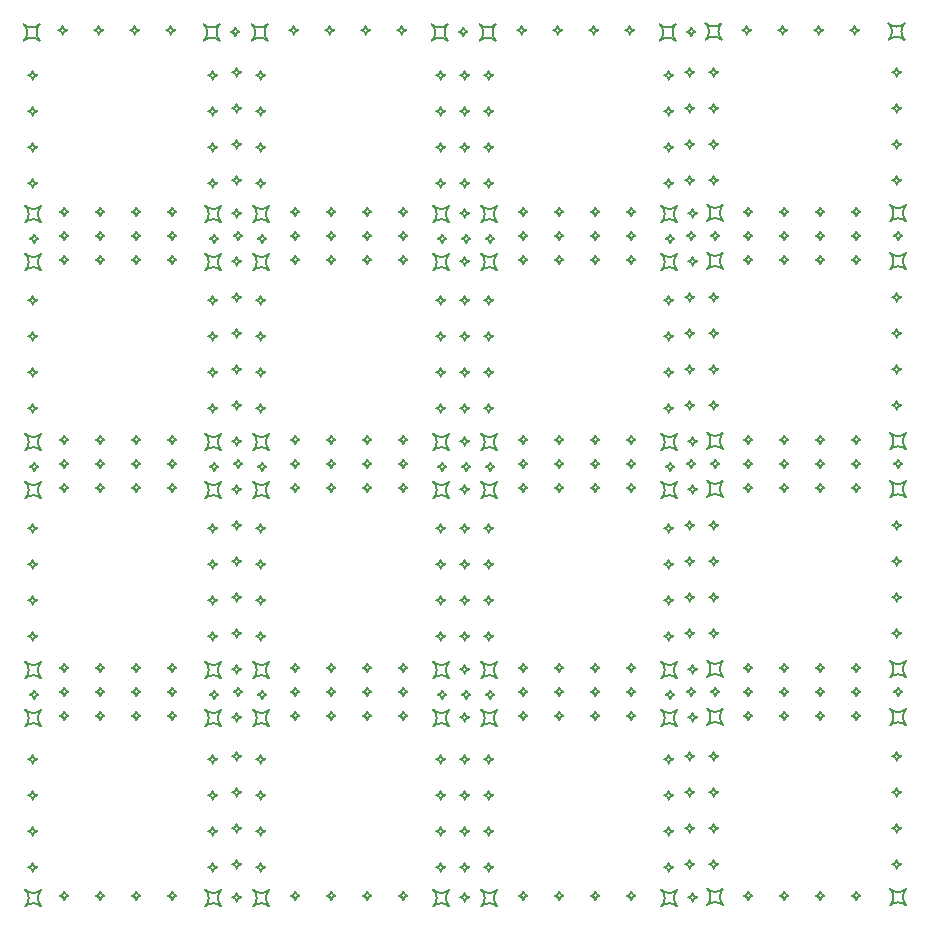
<source format=gbs>
G04*
G04 #@! TF.GenerationSoftware,Altium Limited,Altium Designer,21.0.8 (223)*
G04*
G04 Layer_Color=16711935*
%FSLAX25Y25*%
%MOIN*%
G70*
G04*
G04 #@! TF.SameCoordinates,C61CC34B-293F-45D4-BFB8-299D7EEFD3E7*
G04*
G04*
G04 #@! TF.FilePolarity,Negative*
G04*
G01*
G75*
%ADD10C,0.00800*%
D10*
X53202Y76014D02*
G03*
X54500Y77500I-202J1486D01*
G01*
D02*
G03*
X56000Y76000I1500J0D01*
G01*
D02*
G03*
X54500Y74500I0J-1500D01*
G01*
D02*
G03*
X53000Y76000I-1500J0D01*
G01*
X41202Y76014D02*
G03*
X42500Y77500I-202J1486D01*
G01*
D02*
G03*
X44000Y76000I1500J0D01*
G01*
D02*
G03*
X42500Y74500I0J-1500D01*
G01*
D02*
G03*
X41000Y76000I-1500J0D01*
G01*
X29202Y76014D02*
G03*
X30500Y77500I-202J1486D01*
G01*
D02*
G03*
X32000Y76000I1500J0D01*
G01*
D02*
G03*
X30500Y74500I0J-1500D01*
G01*
D02*
G03*
X29000Y76000I-1500J0D01*
G01*
X17202Y76014D02*
G03*
X18500Y77500I-202J1486D01*
G01*
D02*
G03*
X20000Y76000I1500J0D01*
G01*
D02*
G03*
X18500Y74500I0J-1500D01*
G01*
D02*
G03*
X17000Y76000I-1500J0D01*
G01*
X130202Y76014D02*
G03*
X131500Y77500I-202J1486D01*
G01*
D02*
G03*
X133000Y76000I1500J0D01*
G01*
D02*
G03*
X131500Y74500I0J-1500D01*
G01*
D02*
G03*
X130000Y76000I-1500J0D01*
G01*
X118202Y76014D02*
G03*
X119500Y77500I-202J1486D01*
G01*
D02*
G03*
X121000Y76000I1500J0D01*
G01*
D02*
G03*
X119500Y74500I0J-1500D01*
G01*
D02*
G03*
X118000Y76000I-1500J0D01*
G01*
X106202Y76014D02*
G03*
X107500Y77500I-202J1486D01*
G01*
D02*
G03*
X109000Y76000I1500J0D01*
G01*
D02*
G03*
X107500Y74500I0J-1500D01*
G01*
D02*
G03*
X106000Y76000I-1500J0D01*
G01*
X94202Y76014D02*
G03*
X95500Y77500I-202J1486D01*
G01*
D02*
G03*
X97000Y76000I1500J0D01*
G01*
D02*
G03*
X95500Y74500I0J-1500D01*
G01*
D02*
G03*
X94000Y76000I-1500J0D01*
G01*
X206202Y76014D02*
G03*
X207500Y77500I-202J1486D01*
G01*
D02*
G03*
X209000Y76000I1500J0D01*
G01*
D02*
G03*
X207500Y74500I0J-1500D01*
G01*
D02*
G03*
X206000Y76000I-1500J0D01*
G01*
X194202Y76014D02*
G03*
X195500Y77500I-202J1486D01*
G01*
D02*
G03*
X197000Y76000I1500J0D01*
G01*
D02*
G03*
X195500Y74500I0J-1500D01*
G01*
D02*
G03*
X194000Y76000I-1500J0D01*
G01*
X182202Y76014D02*
G03*
X183500Y77500I-202J1486D01*
G01*
D02*
G03*
X185000Y76000I1500J0D01*
G01*
D02*
G03*
X183500Y74500I0J-1500D01*
G01*
D02*
G03*
X182000Y76000I-1500J0D01*
G01*
X170202Y76014D02*
G03*
X171500Y77500I-202J1486D01*
G01*
D02*
G03*
X173000Y76000I1500J0D01*
G01*
D02*
G03*
X171500Y74500I0J-1500D01*
G01*
D02*
G03*
X170000Y76000I-1500J0D01*
G01*
X246500Y74500D02*
G03*
X245000Y76000I-1500J0D01*
G01*
X248000D02*
G03*
X246500Y74500I0J-1500D01*
G01*
Y77500D02*
G03*
X248000Y76000I1500J0D01*
G01*
X245202Y76014D02*
G03*
X246500Y77500I-202J1486D01*
G01*
X258500Y74500D02*
G03*
X257000Y76000I-1500J0D01*
G01*
X260000D02*
G03*
X258500Y74500I0J-1500D01*
G01*
Y77500D02*
G03*
X260000Y76000I1500J0D01*
G01*
X257202Y76014D02*
G03*
X258500Y77500I-202J1486D01*
G01*
X270500Y74500D02*
G03*
X269000Y76000I-1500J0D01*
G01*
X272000D02*
G03*
X270500Y74500I0J-1500D01*
G01*
Y77500D02*
G03*
X272000Y76000I1500J0D01*
G01*
X269202Y76014D02*
G03*
X270500Y77500I-202J1486D01*
G01*
X282500Y74500D02*
G03*
X281000Y76000I-1500J0D01*
G01*
X284000D02*
G03*
X282500Y74500I0J-1500D01*
G01*
Y77500D02*
G03*
X284000Y76000I1500J0D01*
G01*
X281202Y76014D02*
G03*
X282500Y77500I-202J1486D01*
G01*
X53202Y152014D02*
G03*
X54500Y153500I-202J1486D01*
G01*
D02*
G03*
X56000Y152000I1500J0D01*
G01*
D02*
G03*
X54500Y150500I0J-1500D01*
G01*
D02*
G03*
X53000Y152000I-1500J0D01*
G01*
X41202Y152014D02*
G03*
X42500Y153500I-202J1486D01*
G01*
D02*
G03*
X44000Y152000I1500J0D01*
G01*
D02*
G03*
X42500Y150500I0J-1500D01*
G01*
D02*
G03*
X41000Y152000I-1500J0D01*
G01*
X29202Y152014D02*
G03*
X30500Y153500I-202J1486D01*
G01*
D02*
G03*
X32000Y152000I1500J0D01*
G01*
D02*
G03*
X30500Y150500I0J-1500D01*
G01*
D02*
G03*
X29000Y152000I-1500J0D01*
G01*
X17202Y152014D02*
G03*
X18500Y153500I-202J1486D01*
G01*
D02*
G03*
X20000Y152000I1500J0D01*
G01*
D02*
G03*
X18500Y150500I0J-1500D01*
G01*
D02*
G03*
X17000Y152000I-1500J0D01*
G01*
X130202Y152014D02*
G03*
X131500Y153500I-202J1486D01*
G01*
D02*
G03*
X133000Y152000I1500J0D01*
G01*
D02*
G03*
X131500Y150500I0J-1500D01*
G01*
D02*
G03*
X130000Y152000I-1500J0D01*
G01*
X118202Y152014D02*
G03*
X119500Y153500I-202J1486D01*
G01*
D02*
G03*
X121000Y152000I1500J0D01*
G01*
D02*
G03*
X119500Y150500I0J-1500D01*
G01*
D02*
G03*
X118000Y152000I-1500J0D01*
G01*
X106202Y152014D02*
G03*
X107500Y153500I-202J1486D01*
G01*
D02*
G03*
X109000Y152000I1500J0D01*
G01*
D02*
G03*
X107500Y150500I0J-1500D01*
G01*
D02*
G03*
X106000Y152000I-1500J0D01*
G01*
X94202Y152014D02*
G03*
X95500Y153500I-202J1486D01*
G01*
D02*
G03*
X97000Y152000I1500J0D01*
G01*
D02*
G03*
X95500Y150500I0J-1500D01*
G01*
D02*
G03*
X94000Y152000I-1500J0D01*
G01*
X206202Y152014D02*
G03*
X207500Y153500I-202J1486D01*
G01*
D02*
G03*
X209000Y152000I1500J0D01*
G01*
D02*
G03*
X207500Y150500I0J-1500D01*
G01*
D02*
G03*
X206000Y152000I-1500J0D01*
G01*
X194202Y152014D02*
G03*
X195500Y153500I-202J1486D01*
G01*
D02*
G03*
X197000Y152000I1500J0D01*
G01*
D02*
G03*
X195500Y150500I0J-1500D01*
G01*
D02*
G03*
X194000Y152000I-1500J0D01*
G01*
X182202Y152014D02*
G03*
X183500Y153500I-202J1486D01*
G01*
D02*
G03*
X185000Y152000I1500J0D01*
G01*
D02*
G03*
X183500Y150500I0J-1500D01*
G01*
D02*
G03*
X182000Y152000I-1500J0D01*
G01*
X170202Y152014D02*
G03*
X171500Y153500I-202J1486D01*
G01*
D02*
G03*
X173000Y152000I1500J0D01*
G01*
D02*
G03*
X171500Y150500I0J-1500D01*
G01*
D02*
G03*
X170000Y152000I-1500J0D01*
G01*
X246500Y150500D02*
G03*
X245000Y152000I-1500J0D01*
G01*
X248000D02*
G03*
X246500Y150500I0J-1500D01*
G01*
Y153500D02*
G03*
X248000Y152000I1500J0D01*
G01*
X245202Y152014D02*
G03*
X246500Y153500I-202J1486D01*
G01*
X258500Y150500D02*
G03*
X257000Y152000I-1500J0D01*
G01*
X260000D02*
G03*
X258500Y150500I0J-1500D01*
G01*
Y153500D02*
G03*
X260000Y152000I1500J0D01*
G01*
X257202Y152014D02*
G03*
X258500Y153500I-202J1486D01*
G01*
X270500Y150500D02*
G03*
X269000Y152000I-1500J0D01*
G01*
X272000D02*
G03*
X270500Y150500I0J-1500D01*
G01*
Y153500D02*
G03*
X272000Y152000I1500J0D01*
G01*
X269202Y152014D02*
G03*
X270500Y153500I-202J1486D01*
G01*
X282500Y150500D02*
G03*
X281000Y152000I-1500J0D01*
G01*
X284000D02*
G03*
X282500Y150500I0J-1500D01*
G01*
Y153500D02*
G03*
X284000Y152000I1500J0D01*
G01*
X281202Y152014D02*
G03*
X282500Y153500I-202J1486D01*
G01*
X281202Y228014D02*
G03*
X282500Y229500I-202J1486D01*
G01*
D02*
G03*
X284000Y228000I1500J0D01*
G01*
D02*
G03*
X282500Y226500I0J-1500D01*
G01*
D02*
G03*
X281000Y228000I-1500J0D01*
G01*
X269202Y228014D02*
G03*
X270500Y229500I-202J1486D01*
G01*
D02*
G03*
X272000Y228000I1500J0D01*
G01*
D02*
G03*
X270500Y226500I0J-1500D01*
G01*
D02*
G03*
X269000Y228000I-1500J0D01*
G01*
X257202Y228014D02*
G03*
X258500Y229500I-202J1486D01*
G01*
D02*
G03*
X260000Y228000I1500J0D01*
G01*
D02*
G03*
X258500Y226500I0J-1500D01*
G01*
D02*
G03*
X257000Y228000I-1500J0D01*
G01*
X245202Y228014D02*
G03*
X246500Y229500I-202J1486D01*
G01*
D02*
G03*
X248000Y228000I1500J0D01*
G01*
D02*
G03*
X246500Y226500I0J-1500D01*
G01*
D02*
G03*
X245000Y228000I-1500J0D01*
G01*
X171500Y226500D02*
G03*
X170000Y228000I-1500J0D01*
G01*
X173000D02*
G03*
X171500Y226500I0J-1500D01*
G01*
Y229500D02*
G03*
X173000Y228000I1500J0D01*
G01*
X170202Y228014D02*
G03*
X171500Y229500I-202J1486D01*
G01*
X183500Y226500D02*
G03*
X182000Y228000I-1500J0D01*
G01*
X185000D02*
G03*
X183500Y226500I0J-1500D01*
G01*
Y229500D02*
G03*
X185000Y228000I1500J0D01*
G01*
X182202Y228014D02*
G03*
X183500Y229500I-202J1486D01*
G01*
X195500Y226500D02*
G03*
X194000Y228000I-1500J0D01*
G01*
X197000D02*
G03*
X195500Y226500I0J-1500D01*
G01*
Y229500D02*
G03*
X197000Y228000I1500J0D01*
G01*
X194202Y228014D02*
G03*
X195500Y229500I-202J1486D01*
G01*
X207500Y226500D02*
G03*
X206000Y228000I-1500J0D01*
G01*
X209000D02*
G03*
X207500Y226500I0J-1500D01*
G01*
Y229500D02*
G03*
X209000Y228000I1500J0D01*
G01*
X206202Y228014D02*
G03*
X207500Y229500I-202J1486D01*
G01*
X95500Y226500D02*
G03*
X94000Y228000I-1500J0D01*
G01*
X97000D02*
G03*
X95500Y226500I0J-1500D01*
G01*
Y229500D02*
G03*
X97000Y228000I1500J0D01*
G01*
X94202Y228014D02*
G03*
X95500Y229500I-202J1486D01*
G01*
X107500Y226500D02*
G03*
X106000Y228000I-1500J0D01*
G01*
X109000D02*
G03*
X107500Y226500I0J-1500D01*
G01*
Y229500D02*
G03*
X109000Y228000I1500J0D01*
G01*
X106202Y228014D02*
G03*
X107500Y229500I-202J1486D01*
G01*
X119500Y226500D02*
G03*
X118000Y228000I-1500J0D01*
G01*
X121000D02*
G03*
X119500Y226500I0J-1500D01*
G01*
Y229500D02*
G03*
X121000Y228000I1500J0D01*
G01*
X118202Y228014D02*
G03*
X119500Y229500I-202J1486D01*
G01*
X131500Y226500D02*
G03*
X130000Y228000I-1500J0D01*
G01*
X133000D02*
G03*
X131500Y226500I0J-1500D01*
G01*
Y229500D02*
G03*
X133000Y228000I1500J0D01*
G01*
X130202Y228014D02*
G03*
X131500Y229500I-202J1486D01*
G01*
X18500Y226500D02*
G03*
X17000Y228000I-1500J0D01*
G01*
X20000D02*
G03*
X18500Y226500I0J-1500D01*
G01*
Y229500D02*
G03*
X20000Y228000I1500J0D01*
G01*
X17202Y228014D02*
G03*
X18500Y229500I-202J1486D01*
G01*
X30500Y226500D02*
G03*
X29000Y228000I-1500J0D01*
G01*
X32000D02*
G03*
X30500Y226500I0J-1500D01*
G01*
Y229500D02*
G03*
X32000Y228000I1500J0D01*
G01*
X29202Y228014D02*
G03*
X30500Y229500I-202J1486D01*
G01*
X42500Y226500D02*
G03*
X41000Y228000I-1500J0D01*
G01*
X44000D02*
G03*
X42500Y226500I0J-1500D01*
G01*
Y229500D02*
G03*
X44000Y228000I1500J0D01*
G01*
X41202Y228014D02*
G03*
X42500Y229500I-202J1486D01*
G01*
X54500Y226500D02*
G03*
X53000Y228000I-1500J0D01*
G01*
X56000D02*
G03*
X54500Y226500I0J-1500D01*
G01*
Y229500D02*
G03*
X56000Y228000I1500J0D01*
G01*
X53202Y228014D02*
G03*
X54500Y229500I-202J1486D01*
G01*
X75986Y281202D02*
G03*
X74500Y282500I-1486J-202D01*
G01*
D02*
G03*
X76000Y284000I0J1500D01*
G01*
D02*
G03*
X77500Y282500I1500J0D01*
G01*
D02*
G03*
X76000Y281000I0J-1500D01*
G01*
X75986Y269202D02*
G03*
X74500Y270500I-1486J-202D01*
G01*
D02*
G03*
X76000Y272000I0J1500D01*
G01*
D02*
G03*
X77500Y270500I1500J0D01*
G01*
D02*
G03*
X76000Y269000I0J-1500D01*
G01*
X75986Y257202D02*
G03*
X74500Y258500I-1486J-202D01*
G01*
D02*
G03*
X76000Y260000I0J1500D01*
G01*
D02*
G03*
X77500Y258500I1500J0D01*
G01*
D02*
G03*
X76000Y257000I0J-1500D01*
G01*
X75986Y245202D02*
G03*
X74500Y246500I-1486J-202D01*
G01*
D02*
G03*
X76000Y248000I0J1500D01*
G01*
D02*
G03*
X77500Y246500I1500J0D01*
G01*
D02*
G03*
X76000Y245000I0J-1500D01*
G01*
X77500Y171500D02*
G03*
X76000Y170000I0J-1500D01*
G01*
Y173000D02*
G03*
X77500Y171500I1500J0D01*
G01*
X74500D02*
G03*
X76000Y173000I0J1500D01*
G01*
X75986Y170202D02*
G03*
X74500Y171500I-1486J-202D01*
G01*
X77500Y183500D02*
G03*
X76000Y182000I0J-1500D01*
G01*
Y185000D02*
G03*
X77500Y183500I1500J0D01*
G01*
X74500D02*
G03*
X76000Y185000I0J1500D01*
G01*
X75986Y182202D02*
G03*
X74500Y183500I-1486J-202D01*
G01*
X77500Y195500D02*
G03*
X76000Y194000I0J-1500D01*
G01*
Y197000D02*
G03*
X77500Y195500I1500J0D01*
G01*
X74500D02*
G03*
X76000Y197000I0J1500D01*
G01*
X75986Y194202D02*
G03*
X74500Y195500I-1486J-202D01*
G01*
X77500Y207500D02*
G03*
X76000Y206000I0J-1500D01*
G01*
Y209000D02*
G03*
X77500Y207500I1500J0D01*
G01*
X74500D02*
G03*
X76000Y209000I0J1500D01*
G01*
X75986Y206202D02*
G03*
X74500Y207500I-1486J-202D01*
G01*
X77500Y95500D02*
G03*
X76000Y94000I0J-1500D01*
G01*
Y97000D02*
G03*
X77500Y95500I1500J0D01*
G01*
X74500D02*
G03*
X76000Y97000I0J1500D01*
G01*
X75986Y94202D02*
G03*
X74500Y95500I-1486J-202D01*
G01*
X77500Y107500D02*
G03*
X76000Y106000I0J-1500D01*
G01*
Y109000D02*
G03*
X77500Y107500I1500J0D01*
G01*
X74500D02*
G03*
X76000Y109000I0J1500D01*
G01*
X75986Y106202D02*
G03*
X74500Y107500I-1486J-202D01*
G01*
X77500Y119500D02*
G03*
X76000Y118000I0J-1500D01*
G01*
Y121000D02*
G03*
X77500Y119500I1500J0D01*
G01*
X74500D02*
G03*
X76000Y121000I0J1500D01*
G01*
X75986Y118202D02*
G03*
X74500Y119500I-1486J-202D01*
G01*
X77500Y131500D02*
G03*
X76000Y130000I0J-1500D01*
G01*
Y133000D02*
G03*
X77500Y131500I1500J0D01*
G01*
X74500D02*
G03*
X76000Y133000I0J1500D01*
G01*
X75986Y130202D02*
G03*
X74500Y131500I-1486J-202D01*
G01*
X77500Y18500D02*
G03*
X76000Y17000I0J-1500D01*
G01*
Y20000D02*
G03*
X77500Y18500I1500J0D01*
G01*
X74500D02*
G03*
X76000Y20000I0J1500D01*
G01*
X75986Y17202D02*
G03*
X74500Y18500I-1486J-202D01*
G01*
X77500Y30500D02*
G03*
X76000Y29000I0J-1500D01*
G01*
Y32000D02*
G03*
X77500Y30500I1500J0D01*
G01*
X74500D02*
G03*
X76000Y32000I0J1500D01*
G01*
X75986Y29202D02*
G03*
X74500Y30500I-1486J-202D01*
G01*
X77500Y42500D02*
G03*
X76000Y41000I0J-1500D01*
G01*
Y44000D02*
G03*
X77500Y42500I1500J0D01*
G01*
X74500D02*
G03*
X76000Y44000I0J1500D01*
G01*
X75986Y41202D02*
G03*
X74500Y42500I-1486J-202D01*
G01*
X77500Y54500D02*
G03*
X76000Y53000I0J-1500D01*
G01*
Y56000D02*
G03*
X77500Y54500I1500J0D01*
G01*
X74500D02*
G03*
X76000Y56000I0J1500D01*
G01*
X75986Y53202D02*
G03*
X74500Y54500I-1486J-202D01*
G01*
X76486Y226702D02*
G03*
X75000Y228000I-1486J-202D01*
G01*
D02*
G03*
X76500Y229500I0J1500D01*
G01*
X76500D02*
G03*
X78000Y228000I1500J0D01*
G01*
D02*
G03*
X76500Y226500I0J-1500D01*
G01*
X76486Y150702D02*
G03*
X75000Y152000I-1486J-202D01*
G01*
D02*
G03*
X76500Y153500I0J1500D01*
G01*
D02*
G03*
X78000Y152000I1500J0D01*
G01*
D02*
G03*
X76500Y150500I0J-1500D01*
G01*
X76486Y74702D02*
G03*
X75000Y76000I-1486J-202D01*
G01*
D02*
G03*
X76500Y77500I0J1500D01*
G01*
X76500D02*
G03*
X78000Y76000I1500J0D01*
G01*
D02*
G03*
X76500Y74500I0J-1500D01*
G01*
X151986Y280202D02*
G03*
X150500Y281500I-1486J-202D01*
G01*
D02*
G03*
X152000Y283000I0J1500D01*
G01*
D02*
G03*
X153500Y281500I1500J0D01*
G01*
D02*
G03*
X152000Y280000I0J-1500D01*
G01*
X151986Y268202D02*
G03*
X150500Y269500I-1486J-202D01*
G01*
D02*
G03*
X152000Y271000I0J1500D01*
G01*
D02*
G03*
X153500Y269500I1500J0D01*
G01*
D02*
G03*
X152000Y268000I0J-1500D01*
G01*
X151986Y256202D02*
G03*
X150500Y257500I-1486J-202D01*
G01*
D02*
G03*
X152000Y259000I0J1500D01*
G01*
D02*
G03*
X153500Y257500I1500J0D01*
G01*
D02*
G03*
X152000Y256000I0J-1500D01*
G01*
X151986Y244202D02*
G03*
X150500Y245500I-1486J-202D01*
G01*
D02*
G03*
X152000Y247000I0J1500D01*
G01*
D02*
G03*
X153500Y245500I1500J0D01*
G01*
D02*
G03*
X152000Y244000I0J-1500D01*
G01*
X153500Y170500D02*
G03*
X152000Y169000I0J-1500D01*
G01*
Y172000D02*
G03*
X153500Y170500I1500J0D01*
G01*
X150500D02*
G03*
X152000Y172000I0J1500D01*
G01*
X151986Y169202D02*
G03*
X150500Y170500I-1486J-202D01*
G01*
X153500Y182500D02*
G03*
X152000Y181000I0J-1500D01*
G01*
Y184000D02*
G03*
X153500Y182500I1500J0D01*
G01*
X150500D02*
G03*
X152000Y184000I0J1500D01*
G01*
X151986Y181202D02*
G03*
X150500Y182500I-1486J-202D01*
G01*
X153500Y194500D02*
G03*
X152000Y193000I0J-1500D01*
G01*
Y196000D02*
G03*
X153500Y194500I1500J0D01*
G01*
X150500D02*
G03*
X152000Y196000I0J1500D01*
G01*
X151986Y193202D02*
G03*
X150500Y194500I-1486J-202D01*
G01*
X153500Y206500D02*
G03*
X152000Y205000I0J-1500D01*
G01*
Y208000D02*
G03*
X153500Y206500I1500J0D01*
G01*
X150500D02*
G03*
X152000Y208000I0J1500D01*
G01*
X151986Y205202D02*
G03*
X150500Y206500I-1486J-202D01*
G01*
X153500Y94500D02*
G03*
X152000Y93000I0J-1500D01*
G01*
Y96000D02*
G03*
X153500Y94500I1500J0D01*
G01*
X150500D02*
G03*
X152000Y96000I0J1500D01*
G01*
X151986Y93202D02*
G03*
X150500Y94500I-1486J-202D01*
G01*
X153500Y106500D02*
G03*
X152000Y105000I0J-1500D01*
G01*
Y108000D02*
G03*
X153500Y106500I1500J0D01*
G01*
X150500D02*
G03*
X152000Y108000I0J1500D01*
G01*
X151986Y105202D02*
G03*
X150500Y106500I-1486J-202D01*
G01*
X153500Y118500D02*
G03*
X152000Y117000I0J-1500D01*
G01*
Y120000D02*
G03*
X153500Y118500I1500J0D01*
G01*
X150500D02*
G03*
X152000Y120000I0J1500D01*
G01*
X151986Y117202D02*
G03*
X150500Y118500I-1486J-202D01*
G01*
X153500Y130500D02*
G03*
X152000Y129000I0J-1500D01*
G01*
Y132000D02*
G03*
X153500Y130500I1500J0D01*
G01*
X150500D02*
G03*
X152000Y132000I0J1500D01*
G01*
X151986Y129202D02*
G03*
X150500Y130500I-1486J-202D01*
G01*
X153500Y17500D02*
G03*
X152000Y16000I0J-1500D01*
G01*
Y19000D02*
G03*
X153500Y17500I1500J0D01*
G01*
X150500D02*
G03*
X152000Y19000I0J1500D01*
G01*
X151986Y16202D02*
G03*
X150500Y17500I-1486J-202D01*
G01*
X153500Y29500D02*
G03*
X152000Y28000I0J-1500D01*
G01*
Y31000D02*
G03*
X153500Y29500I1500J0D01*
G01*
X150500D02*
G03*
X152000Y31000I0J1500D01*
G01*
X151986Y28202D02*
G03*
X150500Y29500I-1486J-202D01*
G01*
X153500Y41500D02*
G03*
X152000Y40000I0J-1500D01*
G01*
Y43000D02*
G03*
X153500Y41500I1500J0D01*
G01*
X150500D02*
G03*
X152000Y43000I0J1500D01*
G01*
X151986Y40202D02*
G03*
X150500Y41500I-1486J-202D01*
G01*
X153500Y53500D02*
G03*
X152000Y52000I0J-1500D01*
G01*
Y55000D02*
G03*
X153500Y53500I1500J0D01*
G01*
X150500D02*
G03*
X152000Y55000I0J1500D01*
G01*
X151986Y52202D02*
G03*
X150500Y53500I-1486J-202D01*
G01*
X152486Y225702D02*
G03*
X151000Y227000I-1486J-202D01*
G01*
D02*
G03*
X152500Y228500I0J1500D01*
G01*
X152500D02*
G03*
X154000Y227000I1500J0D01*
G01*
D02*
G03*
X152500Y225500I0J-1500D01*
G01*
X152486Y149702D02*
G03*
X151000Y151000I-1486J-202D01*
G01*
D02*
G03*
X152500Y152500I0J1500D01*
G01*
D02*
G03*
X154000Y151000I1500J0D01*
G01*
D02*
G03*
X152500Y149500I0J-1500D01*
G01*
X152486Y73702D02*
G03*
X151000Y75000I-1486J-202D01*
G01*
D02*
G03*
X152500Y76500I0J1500D01*
G01*
X152500D02*
G03*
X154000Y75000I1500J0D01*
G01*
D02*
G03*
X152500Y73500I0J-1500D01*
G01*
X226986Y281202D02*
G03*
X225500Y282500I-1486J-202D01*
G01*
D02*
G03*
X227000Y284000I0J1500D01*
G01*
D02*
G03*
X228500Y282500I1500J0D01*
G01*
D02*
G03*
X227000Y281000I0J-1500D01*
G01*
X226986Y269202D02*
G03*
X225500Y270500I-1486J-202D01*
G01*
D02*
G03*
X227000Y272000I0J1500D01*
G01*
D02*
G03*
X228500Y270500I1500J0D01*
G01*
D02*
G03*
X227000Y269000I0J-1500D01*
G01*
X226986Y257202D02*
G03*
X225500Y258500I-1486J-202D01*
G01*
D02*
G03*
X227000Y260000I0J1500D01*
G01*
D02*
G03*
X228500Y258500I1500J0D01*
G01*
D02*
G03*
X227000Y257000I0J-1500D01*
G01*
X226986Y245202D02*
G03*
X225500Y246500I-1486J-202D01*
G01*
D02*
G03*
X227000Y248000I0J1500D01*
G01*
D02*
G03*
X228500Y246500I1500J0D01*
G01*
D02*
G03*
X227000Y245000I0J-1500D01*
G01*
X228500Y171500D02*
G03*
X227000Y170000I0J-1500D01*
G01*
Y173000D02*
G03*
X228500Y171500I1500J0D01*
G01*
X225500D02*
G03*
X227000Y173000I0J1500D01*
G01*
X226986Y170202D02*
G03*
X225500Y171500I-1486J-202D01*
G01*
X228500Y183500D02*
G03*
X227000Y182000I0J-1500D01*
G01*
Y185000D02*
G03*
X228500Y183500I1500J0D01*
G01*
X225500D02*
G03*
X227000Y185000I0J1500D01*
G01*
X226986Y182202D02*
G03*
X225500Y183500I-1486J-202D01*
G01*
X228500Y195500D02*
G03*
X227000Y194000I0J-1500D01*
G01*
Y197000D02*
G03*
X228500Y195500I1500J0D01*
G01*
X225500D02*
G03*
X227000Y197000I0J1500D01*
G01*
X226986Y194202D02*
G03*
X225500Y195500I-1486J-202D01*
G01*
X228500Y207500D02*
G03*
X227000Y206000I0J-1500D01*
G01*
Y209000D02*
G03*
X228500Y207500I1500J0D01*
G01*
X225500D02*
G03*
X227000Y209000I0J1500D01*
G01*
X226986Y206202D02*
G03*
X225500Y207500I-1486J-202D01*
G01*
X228500Y95500D02*
G03*
X227000Y94000I0J-1500D01*
G01*
Y97000D02*
G03*
X228500Y95500I1500J0D01*
G01*
X225500D02*
G03*
X227000Y97000I0J1500D01*
G01*
X226986Y94202D02*
G03*
X225500Y95500I-1486J-202D01*
G01*
X228500Y107500D02*
G03*
X227000Y106000I0J-1500D01*
G01*
Y109000D02*
G03*
X228500Y107500I1500J0D01*
G01*
X225500D02*
G03*
X227000Y109000I0J1500D01*
G01*
X226986Y106202D02*
G03*
X225500Y107500I-1486J-202D01*
G01*
X228500Y119500D02*
G03*
X227000Y118000I0J-1500D01*
G01*
Y121000D02*
G03*
X228500Y119500I1500J0D01*
G01*
X225500D02*
G03*
X227000Y121000I0J1500D01*
G01*
X226986Y118202D02*
G03*
X225500Y119500I-1486J-202D01*
G01*
X228500Y131500D02*
G03*
X227000Y130000I0J-1500D01*
G01*
Y133000D02*
G03*
X228500Y131500I1500J0D01*
G01*
X225500D02*
G03*
X227000Y133000I0J1500D01*
G01*
X226986Y130202D02*
G03*
X225500Y131500I-1486J-202D01*
G01*
X228500Y18500D02*
G03*
X227000Y17000I0J-1500D01*
G01*
Y20000D02*
G03*
X228500Y18500I1500J0D01*
G01*
X225500D02*
G03*
X227000Y20000I0J1500D01*
G01*
X226986Y17202D02*
G03*
X225500Y18500I-1486J-202D01*
G01*
X228500Y30500D02*
G03*
X227000Y29000I0J-1500D01*
G01*
Y32000D02*
G03*
X228500Y30500I1500J0D01*
G01*
X225500D02*
G03*
X227000Y32000I0J1500D01*
G01*
X226986Y29202D02*
G03*
X225500Y30500I-1486J-202D01*
G01*
X228500Y42500D02*
G03*
X227000Y41000I0J-1500D01*
G01*
Y44000D02*
G03*
X228500Y42500I1500J0D01*
G01*
X225500D02*
G03*
X227000Y44000I0J1500D01*
G01*
X226986Y41202D02*
G03*
X225500Y42500I-1486J-202D01*
G01*
X228500Y54500D02*
G03*
X227000Y53000I0J-1500D01*
G01*
Y56000D02*
G03*
X228500Y54500I1500J0D01*
G01*
X225500D02*
G03*
X227000Y56000I0J1500D01*
G01*
X226986Y53202D02*
G03*
X225500Y54500I-1486J-202D01*
G01*
X227486Y226702D02*
G03*
X226000Y228000I-1486J-202D01*
G01*
D02*
G03*
X227500Y229500I0J1500D01*
G01*
X227500D02*
G03*
X229000Y228000I1500J0D01*
G01*
D02*
G03*
X227500Y226500I0J-1500D01*
G01*
X227486Y150702D02*
G03*
X226000Y152000I-1486J-202D01*
G01*
D02*
G03*
X227500Y153500I0J1500D01*
G01*
D02*
G03*
X229000Y152000I1500J0D01*
G01*
D02*
G03*
X227500Y150500I0J-1500D01*
G01*
X227486Y74702D02*
G03*
X226000Y76000I-1486J-202D01*
G01*
D02*
G03*
X227500Y77500I0J1500D01*
G01*
X227500D02*
G03*
X229000Y76000I1500J0D01*
G01*
D02*
G03*
X227500Y74500I0J-1500D01*
G01*
X7986Y280202D02*
G03*
X6500Y281500I-1486J-202D01*
G01*
D02*
G03*
X8000Y283000I0J1500D01*
G01*
D02*
G03*
X9500Y281500I1500J0D01*
G01*
D02*
G03*
X8000Y280000I0J-1500D01*
G01*
X7986Y268202D02*
G03*
X6500Y269500I-1486J-202D01*
G01*
D02*
G03*
X8000Y271000I0J1500D01*
G01*
D02*
G03*
X9500Y269500I1500J0D01*
G01*
D02*
G03*
X8000Y268000I0J-1500D01*
G01*
X7986Y256202D02*
G03*
X6500Y257500I-1486J-202D01*
G01*
D02*
G03*
X8000Y259000I0J1500D01*
G01*
D02*
G03*
X9500Y257500I1500J0D01*
G01*
D02*
G03*
X8000Y256000I0J-1500D01*
G01*
X7986Y244202D02*
G03*
X6500Y245500I-1486J-202D01*
G01*
D02*
G03*
X8000Y247000I0J1500D01*
G01*
D02*
G03*
X9500Y245500I1500J0D01*
G01*
D02*
G03*
X8000Y244000I0J-1500D01*
G01*
X9500Y170500D02*
G03*
X8000Y169000I0J-1500D01*
G01*
Y172000D02*
G03*
X9500Y170500I1500J0D01*
G01*
X6500D02*
G03*
X8000Y172000I0J1500D01*
G01*
X7986Y169202D02*
G03*
X6500Y170500I-1486J-202D01*
G01*
X9500Y182500D02*
G03*
X8000Y181000I0J-1500D01*
G01*
Y184000D02*
G03*
X9500Y182500I1500J0D01*
G01*
X6500D02*
G03*
X8000Y184000I0J1500D01*
G01*
X7986Y181202D02*
G03*
X6500Y182500I-1486J-202D01*
G01*
X9500Y194500D02*
G03*
X8000Y193000I0J-1500D01*
G01*
Y196000D02*
G03*
X9500Y194500I1500J0D01*
G01*
X6500D02*
G03*
X8000Y196000I0J1500D01*
G01*
X7986Y193202D02*
G03*
X6500Y194500I-1486J-202D01*
G01*
X9500Y206500D02*
G03*
X8000Y205000I0J-1500D01*
G01*
Y208000D02*
G03*
X9500Y206500I1500J0D01*
G01*
X6500D02*
G03*
X8000Y208000I0J1500D01*
G01*
X7986Y205202D02*
G03*
X6500Y206500I-1486J-202D01*
G01*
X9500Y94500D02*
G03*
X8000Y93000I0J-1500D01*
G01*
Y96000D02*
G03*
X9500Y94500I1500J0D01*
G01*
X6500D02*
G03*
X8000Y96000I0J1500D01*
G01*
X7986Y93202D02*
G03*
X6500Y94500I-1486J-202D01*
G01*
X9500Y106500D02*
G03*
X8000Y105000I0J-1500D01*
G01*
Y108000D02*
G03*
X9500Y106500I1500J0D01*
G01*
X6500D02*
G03*
X8000Y108000I0J1500D01*
G01*
X7986Y105202D02*
G03*
X6500Y106500I-1486J-202D01*
G01*
X9500Y118500D02*
G03*
X8000Y117000I0J-1500D01*
G01*
Y120000D02*
G03*
X9500Y118500I1500J0D01*
G01*
X6500D02*
G03*
X8000Y120000I0J1500D01*
G01*
X7986Y117202D02*
G03*
X6500Y118500I-1486J-202D01*
G01*
X9500Y130500D02*
G03*
X8000Y129000I0J-1500D01*
G01*
Y132000D02*
G03*
X9500Y130500I1500J0D01*
G01*
X6500D02*
G03*
X8000Y132000I0J1500D01*
G01*
X7986Y129202D02*
G03*
X6500Y130500I-1486J-202D01*
G01*
X9500Y17500D02*
G03*
X8000Y16000I0J-1500D01*
G01*
Y19000D02*
G03*
X9500Y17500I1500J0D01*
G01*
X6500D02*
G03*
X8000Y19000I0J1500D01*
G01*
X7986Y16202D02*
G03*
X6500Y17500I-1486J-202D01*
G01*
X9500Y29500D02*
G03*
X8000Y28000I0J-1500D01*
G01*
Y31000D02*
G03*
X9500Y29500I1500J0D01*
G01*
X6500D02*
G03*
X8000Y31000I0J1500D01*
G01*
X7986Y28202D02*
G03*
X6500Y29500I-1486J-202D01*
G01*
X9500Y41500D02*
G03*
X8000Y40000I0J-1500D01*
G01*
Y43000D02*
G03*
X9500Y41500I1500J0D01*
G01*
X6500D02*
G03*
X8000Y43000I0J1500D01*
G01*
X7986Y40202D02*
G03*
X6500Y41500I-1486J-202D01*
G01*
X9500Y53500D02*
G03*
X8000Y52000I0J-1500D01*
G01*
Y55000D02*
G03*
X9500Y53500I1500J0D01*
G01*
X6500D02*
G03*
X8000Y55000I0J1500D01*
G01*
X7986Y52202D02*
G03*
X6500Y53500I-1486J-202D01*
G01*
X8486Y225702D02*
G03*
X7000Y227000I-1486J-202D01*
G01*
D02*
G03*
X8500Y228500I0J1500D01*
G01*
X8500D02*
G03*
X10000Y227000I1500J0D01*
G01*
D02*
G03*
X8500Y225500I0J-1500D01*
G01*
X8486Y149702D02*
G03*
X7000Y151000I-1486J-202D01*
G01*
D02*
G03*
X8500Y152500I0J1500D01*
G01*
D02*
G03*
X10000Y151000I1500J0D01*
G01*
D02*
G03*
X8500Y149500I0J-1500D01*
G01*
X8486Y73702D02*
G03*
X7000Y75000I-1486J-202D01*
G01*
D02*
G03*
X8500Y76500I0J1500D01*
G01*
X8500D02*
G03*
X10000Y75000I1500J0D01*
G01*
D02*
G03*
X8500Y73500I0J-1500D01*
G01*
X67986Y280202D02*
G03*
X66500Y281500I-1486J-202D01*
G01*
D02*
G03*
X68000Y283000I0J1500D01*
G01*
D02*
G03*
X69500Y281500I1500J0D01*
G01*
D02*
G03*
X68000Y280000I0J-1500D01*
G01*
X67986Y268202D02*
G03*
X66500Y269500I-1486J-202D01*
G01*
D02*
G03*
X68000Y271000I0J1500D01*
G01*
D02*
G03*
X69500Y269500I1500J0D01*
G01*
D02*
G03*
X68000Y268000I0J-1500D01*
G01*
X67986Y256202D02*
G03*
X66500Y257500I-1486J-202D01*
G01*
D02*
G03*
X68000Y259000I0J1500D01*
G01*
D02*
G03*
X69500Y257500I1500J0D01*
G01*
D02*
G03*
X68000Y256000I0J-1500D01*
G01*
X67986Y244202D02*
G03*
X66500Y245500I-1486J-202D01*
G01*
D02*
G03*
X68000Y247000I0J1500D01*
G01*
D02*
G03*
X69500Y245500I1500J0D01*
G01*
D02*
G03*
X68000Y244000I0J-1500D01*
G01*
X69500Y170500D02*
G03*
X68000Y169000I0J-1500D01*
G01*
Y172000D02*
G03*
X69500Y170500I1500J0D01*
G01*
X66500D02*
G03*
X68000Y172000I0J1500D01*
G01*
X67986Y169202D02*
G03*
X66500Y170500I-1486J-202D01*
G01*
X69500Y182500D02*
G03*
X68000Y181000I0J-1500D01*
G01*
Y184000D02*
G03*
X69500Y182500I1500J0D01*
G01*
X66500D02*
G03*
X68000Y184000I0J1500D01*
G01*
X67986Y181202D02*
G03*
X66500Y182500I-1486J-202D01*
G01*
X69500Y194500D02*
G03*
X68000Y193000I0J-1500D01*
G01*
Y196000D02*
G03*
X69500Y194500I1500J0D01*
G01*
X66500D02*
G03*
X68000Y196000I0J1500D01*
G01*
X67986Y193202D02*
G03*
X66500Y194500I-1486J-202D01*
G01*
X69500Y206500D02*
G03*
X68000Y205000I0J-1500D01*
G01*
Y208000D02*
G03*
X69500Y206500I1500J0D01*
G01*
X66500D02*
G03*
X68000Y208000I0J1500D01*
G01*
X67986Y205202D02*
G03*
X66500Y206500I-1486J-202D01*
G01*
X69500Y94500D02*
G03*
X68000Y93000I0J-1500D01*
G01*
Y96000D02*
G03*
X69500Y94500I1500J0D01*
G01*
X66500D02*
G03*
X68000Y96000I0J1500D01*
G01*
X67986Y93202D02*
G03*
X66500Y94500I-1486J-202D01*
G01*
X69500Y106500D02*
G03*
X68000Y105000I0J-1500D01*
G01*
Y108000D02*
G03*
X69500Y106500I1500J0D01*
G01*
X66500D02*
G03*
X68000Y108000I0J1500D01*
G01*
X67986Y105202D02*
G03*
X66500Y106500I-1486J-202D01*
G01*
X69500Y118500D02*
G03*
X68000Y117000I0J-1500D01*
G01*
Y120000D02*
G03*
X69500Y118500I1500J0D01*
G01*
X66500D02*
G03*
X68000Y120000I0J1500D01*
G01*
X67986Y117202D02*
G03*
X66500Y118500I-1486J-202D01*
G01*
X69500Y130500D02*
G03*
X68000Y129000I0J-1500D01*
G01*
Y132000D02*
G03*
X69500Y130500I1500J0D01*
G01*
X66500D02*
G03*
X68000Y132000I0J1500D01*
G01*
X67986Y129202D02*
G03*
X66500Y130500I-1486J-202D01*
G01*
X69500Y17500D02*
G03*
X68000Y16000I0J-1500D01*
G01*
Y19000D02*
G03*
X69500Y17500I1500J0D01*
G01*
X66500D02*
G03*
X68000Y19000I0J1500D01*
G01*
X67986Y16202D02*
G03*
X66500Y17500I-1486J-202D01*
G01*
X69500Y29500D02*
G03*
X68000Y28000I0J-1500D01*
G01*
Y31000D02*
G03*
X69500Y29500I1500J0D01*
G01*
X66500D02*
G03*
X68000Y31000I0J1500D01*
G01*
X67986Y28202D02*
G03*
X66500Y29500I-1486J-202D01*
G01*
X69500Y41500D02*
G03*
X68000Y40000I0J-1500D01*
G01*
Y43000D02*
G03*
X69500Y41500I1500J0D01*
G01*
X66500D02*
G03*
X68000Y43000I0J1500D01*
G01*
X67986Y40202D02*
G03*
X66500Y41500I-1486J-202D01*
G01*
X69500Y53500D02*
G03*
X68000Y52000I0J-1500D01*
G01*
Y55000D02*
G03*
X69500Y53500I1500J0D01*
G01*
X66500D02*
G03*
X68000Y55000I0J1500D01*
G01*
X67986Y52202D02*
G03*
X66500Y53500I-1486J-202D01*
G01*
X68486Y225702D02*
G03*
X67000Y227000I-1486J-202D01*
G01*
D02*
G03*
X68500Y228500I0J1500D01*
G01*
X68500D02*
G03*
X70000Y227000I1500J0D01*
G01*
D02*
G03*
X68500Y225500I0J-1500D01*
G01*
X68486Y149702D02*
G03*
X67000Y151000I-1486J-202D01*
G01*
D02*
G03*
X68500Y152500I0J1500D01*
G01*
D02*
G03*
X70000Y151000I1500J0D01*
G01*
D02*
G03*
X68500Y149500I0J-1500D01*
G01*
X68486Y73702D02*
G03*
X67000Y75000I-1486J-202D01*
G01*
D02*
G03*
X68500Y76500I0J1500D01*
G01*
X68500D02*
G03*
X70000Y75000I1500J0D01*
G01*
D02*
G03*
X68500Y73500I0J-1500D01*
G01*
X83986Y280202D02*
G03*
X82500Y281500I-1486J-202D01*
G01*
D02*
G03*
X84000Y283000I0J1500D01*
G01*
D02*
G03*
X85500Y281500I1500J0D01*
G01*
D02*
G03*
X84000Y280000I0J-1500D01*
G01*
X83986Y268202D02*
G03*
X82500Y269500I-1486J-202D01*
G01*
D02*
G03*
X84000Y271000I0J1500D01*
G01*
D02*
G03*
X85500Y269500I1500J0D01*
G01*
D02*
G03*
X84000Y268000I0J-1500D01*
G01*
X83986Y256202D02*
G03*
X82500Y257500I-1486J-202D01*
G01*
D02*
G03*
X84000Y259000I0J1500D01*
G01*
D02*
G03*
X85500Y257500I1500J0D01*
G01*
D02*
G03*
X84000Y256000I0J-1500D01*
G01*
X83986Y244202D02*
G03*
X82500Y245500I-1486J-202D01*
G01*
D02*
G03*
X84000Y247000I0J1500D01*
G01*
D02*
G03*
X85500Y245500I1500J0D01*
G01*
D02*
G03*
X84000Y244000I0J-1500D01*
G01*
X85500Y170500D02*
G03*
X84000Y169000I0J-1500D01*
G01*
Y172000D02*
G03*
X85500Y170500I1500J0D01*
G01*
X82500D02*
G03*
X84000Y172000I0J1500D01*
G01*
X83986Y169202D02*
G03*
X82500Y170500I-1486J-202D01*
G01*
X85500Y182500D02*
G03*
X84000Y181000I0J-1500D01*
G01*
Y184000D02*
G03*
X85500Y182500I1500J0D01*
G01*
X82500D02*
G03*
X84000Y184000I0J1500D01*
G01*
X83986Y181202D02*
G03*
X82500Y182500I-1486J-202D01*
G01*
X85500Y194500D02*
G03*
X84000Y193000I0J-1500D01*
G01*
Y196000D02*
G03*
X85500Y194500I1500J0D01*
G01*
X82500D02*
G03*
X84000Y196000I0J1500D01*
G01*
X83986Y193202D02*
G03*
X82500Y194500I-1486J-202D01*
G01*
X85500Y206500D02*
G03*
X84000Y205000I0J-1500D01*
G01*
Y208000D02*
G03*
X85500Y206500I1500J0D01*
G01*
X82500D02*
G03*
X84000Y208000I0J1500D01*
G01*
X83986Y205202D02*
G03*
X82500Y206500I-1486J-202D01*
G01*
X85500Y94500D02*
G03*
X84000Y93000I0J-1500D01*
G01*
Y96000D02*
G03*
X85500Y94500I1500J0D01*
G01*
X82500D02*
G03*
X84000Y96000I0J1500D01*
G01*
X83986Y93202D02*
G03*
X82500Y94500I-1486J-202D01*
G01*
X85500Y106500D02*
G03*
X84000Y105000I0J-1500D01*
G01*
Y108000D02*
G03*
X85500Y106500I1500J0D01*
G01*
X82500D02*
G03*
X84000Y108000I0J1500D01*
G01*
X83986Y105202D02*
G03*
X82500Y106500I-1486J-202D01*
G01*
X85500Y118500D02*
G03*
X84000Y117000I0J-1500D01*
G01*
Y120000D02*
G03*
X85500Y118500I1500J0D01*
G01*
X82500D02*
G03*
X84000Y120000I0J1500D01*
G01*
X83986Y117202D02*
G03*
X82500Y118500I-1486J-202D01*
G01*
X85500Y130500D02*
G03*
X84000Y129000I0J-1500D01*
G01*
Y132000D02*
G03*
X85500Y130500I1500J0D01*
G01*
X82500D02*
G03*
X84000Y132000I0J1500D01*
G01*
X83986Y129202D02*
G03*
X82500Y130500I-1486J-202D01*
G01*
X85500Y17500D02*
G03*
X84000Y16000I0J-1500D01*
G01*
Y19000D02*
G03*
X85500Y17500I1500J0D01*
G01*
X82500D02*
G03*
X84000Y19000I0J1500D01*
G01*
X83986Y16202D02*
G03*
X82500Y17500I-1486J-202D01*
G01*
X85500Y29500D02*
G03*
X84000Y28000I0J-1500D01*
G01*
Y31000D02*
G03*
X85500Y29500I1500J0D01*
G01*
X82500D02*
G03*
X84000Y31000I0J1500D01*
G01*
X83986Y28202D02*
G03*
X82500Y29500I-1486J-202D01*
G01*
X85500Y41500D02*
G03*
X84000Y40000I0J-1500D01*
G01*
Y43000D02*
G03*
X85500Y41500I1500J0D01*
G01*
X82500D02*
G03*
X84000Y43000I0J1500D01*
G01*
X83986Y40202D02*
G03*
X82500Y41500I-1486J-202D01*
G01*
X85500Y53500D02*
G03*
X84000Y52000I0J-1500D01*
G01*
Y55000D02*
G03*
X85500Y53500I1500J0D01*
G01*
X82500D02*
G03*
X84000Y55000I0J1500D01*
G01*
X83986Y52202D02*
G03*
X82500Y53500I-1486J-202D01*
G01*
X84486Y225702D02*
G03*
X83000Y227000I-1486J-202D01*
G01*
D02*
G03*
X84500Y228500I0J1500D01*
G01*
X84500D02*
G03*
X86000Y227000I1500J0D01*
G01*
D02*
G03*
X84500Y225500I0J-1500D01*
G01*
X84486Y149702D02*
G03*
X83000Y151000I-1486J-202D01*
G01*
D02*
G03*
X84500Y152500I0J1500D01*
G01*
D02*
G03*
X86000Y151000I1500J0D01*
G01*
D02*
G03*
X84500Y149500I0J-1500D01*
G01*
X84486Y73702D02*
G03*
X83000Y75000I-1486J-202D01*
G01*
D02*
G03*
X84500Y76500I0J1500D01*
G01*
X84500D02*
G03*
X86000Y75000I1500J0D01*
G01*
D02*
G03*
X84500Y73500I0J-1500D01*
G01*
X143986Y280202D02*
G03*
X142500Y281500I-1486J-202D01*
G01*
D02*
G03*
X144000Y283000I0J1500D01*
G01*
D02*
G03*
X145500Y281500I1500J0D01*
G01*
D02*
G03*
X144000Y280000I0J-1500D01*
G01*
X143986Y268202D02*
G03*
X142500Y269500I-1486J-202D01*
G01*
D02*
G03*
X144000Y271000I0J1500D01*
G01*
D02*
G03*
X145500Y269500I1500J0D01*
G01*
D02*
G03*
X144000Y268000I0J-1500D01*
G01*
X143986Y256202D02*
G03*
X142500Y257500I-1486J-202D01*
G01*
D02*
G03*
X144000Y259000I0J1500D01*
G01*
D02*
G03*
X145500Y257500I1500J0D01*
G01*
D02*
G03*
X144000Y256000I0J-1500D01*
G01*
X143986Y244202D02*
G03*
X142500Y245500I-1486J-202D01*
G01*
D02*
G03*
X144000Y247000I0J1500D01*
G01*
D02*
G03*
X145500Y245500I1500J0D01*
G01*
D02*
G03*
X144000Y244000I0J-1500D01*
G01*
X145500Y170500D02*
G03*
X144000Y169000I0J-1500D01*
G01*
Y172000D02*
G03*
X145500Y170500I1500J0D01*
G01*
X142500D02*
G03*
X144000Y172000I0J1500D01*
G01*
X143986Y169202D02*
G03*
X142500Y170500I-1486J-202D01*
G01*
X145500Y182500D02*
G03*
X144000Y181000I0J-1500D01*
G01*
Y184000D02*
G03*
X145500Y182500I1500J0D01*
G01*
X142500D02*
G03*
X144000Y184000I0J1500D01*
G01*
X143986Y181202D02*
G03*
X142500Y182500I-1486J-202D01*
G01*
X145500Y194500D02*
G03*
X144000Y193000I0J-1500D01*
G01*
Y196000D02*
G03*
X145500Y194500I1500J0D01*
G01*
X142500D02*
G03*
X144000Y196000I0J1500D01*
G01*
X143986Y193202D02*
G03*
X142500Y194500I-1486J-202D01*
G01*
X145500Y206500D02*
G03*
X144000Y205000I0J-1500D01*
G01*
Y208000D02*
G03*
X145500Y206500I1500J0D01*
G01*
X142500D02*
G03*
X144000Y208000I0J1500D01*
G01*
X143986Y205202D02*
G03*
X142500Y206500I-1486J-202D01*
G01*
X145500Y94500D02*
G03*
X144000Y93000I0J-1500D01*
G01*
Y96000D02*
G03*
X145500Y94500I1500J0D01*
G01*
X142500D02*
G03*
X144000Y96000I0J1500D01*
G01*
X143986Y93202D02*
G03*
X142500Y94500I-1486J-202D01*
G01*
X145500Y106500D02*
G03*
X144000Y105000I0J-1500D01*
G01*
Y108000D02*
G03*
X145500Y106500I1500J0D01*
G01*
X142500D02*
G03*
X144000Y108000I0J1500D01*
G01*
X143986Y105202D02*
G03*
X142500Y106500I-1486J-202D01*
G01*
X145500Y118500D02*
G03*
X144000Y117000I0J-1500D01*
G01*
Y120000D02*
G03*
X145500Y118500I1500J0D01*
G01*
X142500D02*
G03*
X144000Y120000I0J1500D01*
G01*
X143986Y117202D02*
G03*
X142500Y118500I-1486J-202D01*
G01*
X145500Y130500D02*
G03*
X144000Y129000I0J-1500D01*
G01*
Y132000D02*
G03*
X145500Y130500I1500J0D01*
G01*
X142500D02*
G03*
X144000Y132000I0J1500D01*
G01*
X143986Y129202D02*
G03*
X142500Y130500I-1486J-202D01*
G01*
X145500Y17500D02*
G03*
X144000Y16000I0J-1500D01*
G01*
Y19000D02*
G03*
X145500Y17500I1500J0D01*
G01*
X142500D02*
G03*
X144000Y19000I0J1500D01*
G01*
X143986Y16202D02*
G03*
X142500Y17500I-1486J-202D01*
G01*
X145500Y29500D02*
G03*
X144000Y28000I0J-1500D01*
G01*
Y31000D02*
G03*
X145500Y29500I1500J0D01*
G01*
X142500D02*
G03*
X144000Y31000I0J1500D01*
G01*
X143986Y28202D02*
G03*
X142500Y29500I-1486J-202D01*
G01*
X145500Y41500D02*
G03*
X144000Y40000I0J-1500D01*
G01*
Y43000D02*
G03*
X145500Y41500I1500J0D01*
G01*
X142500D02*
G03*
X144000Y43000I0J1500D01*
G01*
X143986Y40202D02*
G03*
X142500Y41500I-1486J-202D01*
G01*
X145500Y53500D02*
G03*
X144000Y52000I0J-1500D01*
G01*
Y55000D02*
G03*
X145500Y53500I1500J0D01*
G01*
X142500D02*
G03*
X144000Y55000I0J1500D01*
G01*
X143986Y52202D02*
G03*
X142500Y53500I-1486J-202D01*
G01*
X144486Y225702D02*
G03*
X143000Y227000I-1486J-202D01*
G01*
D02*
G03*
X144500Y228500I0J1500D01*
G01*
X144500D02*
G03*
X146000Y227000I1500J0D01*
G01*
D02*
G03*
X144500Y225500I0J-1500D01*
G01*
X144486Y149702D02*
G03*
X143000Y151000I-1486J-202D01*
G01*
D02*
G03*
X144500Y152500I0J1500D01*
G01*
D02*
G03*
X146000Y151000I1500J0D01*
G01*
D02*
G03*
X144500Y149500I0J-1500D01*
G01*
X144486Y73702D02*
G03*
X143000Y75000I-1486J-202D01*
G01*
D02*
G03*
X144500Y76500I0J1500D01*
G01*
X144500D02*
G03*
X146000Y75000I1500J0D01*
G01*
D02*
G03*
X144500Y73500I0J-1500D01*
G01*
X159986Y280202D02*
G03*
X158500Y281500I-1486J-202D01*
G01*
D02*
G03*
X160000Y283000I0J1500D01*
G01*
D02*
G03*
X161500Y281500I1500J0D01*
G01*
D02*
G03*
X160000Y280000I0J-1500D01*
G01*
X159986Y268202D02*
G03*
X158500Y269500I-1486J-202D01*
G01*
D02*
G03*
X160000Y271000I0J1500D01*
G01*
D02*
G03*
X161500Y269500I1500J0D01*
G01*
D02*
G03*
X160000Y268000I0J-1500D01*
G01*
X159986Y256202D02*
G03*
X158500Y257500I-1486J-202D01*
G01*
D02*
G03*
X160000Y259000I0J1500D01*
G01*
D02*
G03*
X161500Y257500I1500J0D01*
G01*
D02*
G03*
X160000Y256000I0J-1500D01*
G01*
X159986Y244202D02*
G03*
X158500Y245500I-1486J-202D01*
G01*
D02*
G03*
X160000Y247000I0J1500D01*
G01*
D02*
G03*
X161500Y245500I1500J0D01*
G01*
D02*
G03*
X160000Y244000I0J-1500D01*
G01*
X161500Y170500D02*
G03*
X160000Y169000I0J-1500D01*
G01*
Y172000D02*
G03*
X161500Y170500I1500J0D01*
G01*
X158500D02*
G03*
X160000Y172000I0J1500D01*
G01*
X159986Y169202D02*
G03*
X158500Y170500I-1486J-202D01*
G01*
X161500Y182500D02*
G03*
X160000Y181000I0J-1500D01*
G01*
Y184000D02*
G03*
X161500Y182500I1500J0D01*
G01*
X158500D02*
G03*
X160000Y184000I0J1500D01*
G01*
X159986Y181202D02*
G03*
X158500Y182500I-1486J-202D01*
G01*
X161500Y194500D02*
G03*
X160000Y193000I0J-1500D01*
G01*
Y196000D02*
G03*
X161500Y194500I1500J0D01*
G01*
X158500D02*
G03*
X160000Y196000I0J1500D01*
G01*
X159986Y193202D02*
G03*
X158500Y194500I-1486J-202D01*
G01*
X161500Y206500D02*
G03*
X160000Y205000I0J-1500D01*
G01*
Y208000D02*
G03*
X161500Y206500I1500J0D01*
G01*
X158500D02*
G03*
X160000Y208000I0J1500D01*
G01*
X159986Y205202D02*
G03*
X158500Y206500I-1486J-202D01*
G01*
X161500Y94500D02*
G03*
X160000Y93000I0J-1500D01*
G01*
Y96000D02*
G03*
X161500Y94500I1500J0D01*
G01*
X158500D02*
G03*
X160000Y96000I0J1500D01*
G01*
X159986Y93202D02*
G03*
X158500Y94500I-1486J-202D01*
G01*
X161500Y106500D02*
G03*
X160000Y105000I0J-1500D01*
G01*
Y108000D02*
G03*
X161500Y106500I1500J0D01*
G01*
X158500D02*
G03*
X160000Y108000I0J1500D01*
G01*
X159986Y105202D02*
G03*
X158500Y106500I-1486J-202D01*
G01*
X161500Y118500D02*
G03*
X160000Y117000I0J-1500D01*
G01*
Y120000D02*
G03*
X161500Y118500I1500J0D01*
G01*
X158500D02*
G03*
X160000Y120000I0J1500D01*
G01*
X159986Y117202D02*
G03*
X158500Y118500I-1486J-202D01*
G01*
X161500Y130500D02*
G03*
X160000Y129000I0J-1500D01*
G01*
Y132000D02*
G03*
X161500Y130500I1500J0D01*
G01*
X158500D02*
G03*
X160000Y132000I0J1500D01*
G01*
X159986Y129202D02*
G03*
X158500Y130500I-1486J-202D01*
G01*
X161500Y17500D02*
G03*
X160000Y16000I0J-1500D01*
G01*
Y19000D02*
G03*
X161500Y17500I1500J0D01*
G01*
X158500D02*
G03*
X160000Y19000I0J1500D01*
G01*
X159986Y16202D02*
G03*
X158500Y17500I-1486J-202D01*
G01*
X161500Y29500D02*
G03*
X160000Y28000I0J-1500D01*
G01*
Y31000D02*
G03*
X161500Y29500I1500J0D01*
G01*
X158500D02*
G03*
X160000Y31000I0J1500D01*
G01*
X159986Y28202D02*
G03*
X158500Y29500I-1486J-202D01*
G01*
X161500Y41500D02*
G03*
X160000Y40000I0J-1500D01*
G01*
Y43000D02*
G03*
X161500Y41500I1500J0D01*
G01*
X158500D02*
G03*
X160000Y43000I0J1500D01*
G01*
X159986Y40202D02*
G03*
X158500Y41500I-1486J-202D01*
G01*
X161500Y53500D02*
G03*
X160000Y52000I0J-1500D01*
G01*
Y55000D02*
G03*
X161500Y53500I1500J0D01*
G01*
X158500D02*
G03*
X160000Y55000I0J1500D01*
G01*
X159986Y52202D02*
G03*
X158500Y53500I-1486J-202D01*
G01*
X160486Y225702D02*
G03*
X159000Y227000I-1486J-202D01*
G01*
D02*
G03*
X160500Y228500I0J1500D01*
G01*
X160500D02*
G03*
X162000Y227000I1500J0D01*
G01*
D02*
G03*
X160500Y225500I0J-1500D01*
G01*
X160486Y149702D02*
G03*
X159000Y151000I-1486J-202D01*
G01*
D02*
G03*
X160500Y152500I0J1500D01*
G01*
D02*
G03*
X162000Y151000I1500J0D01*
G01*
D02*
G03*
X160500Y149500I0J-1500D01*
G01*
X160486Y73702D02*
G03*
X159000Y75000I-1486J-202D01*
G01*
D02*
G03*
X160500Y76500I0J1500D01*
G01*
X160500D02*
G03*
X162000Y75000I1500J0D01*
G01*
D02*
G03*
X160500Y73500I0J-1500D01*
G01*
X219986Y280202D02*
G03*
X218500Y281500I-1486J-202D01*
G01*
D02*
G03*
X220000Y283000I0J1500D01*
G01*
D02*
G03*
X221500Y281500I1500J0D01*
G01*
D02*
G03*
X220000Y280000I0J-1500D01*
G01*
X219986Y268202D02*
G03*
X218500Y269500I-1486J-202D01*
G01*
D02*
G03*
X220000Y271000I0J1500D01*
G01*
D02*
G03*
X221500Y269500I1500J0D01*
G01*
D02*
G03*
X220000Y268000I0J-1500D01*
G01*
X219986Y256202D02*
G03*
X218500Y257500I-1486J-202D01*
G01*
D02*
G03*
X220000Y259000I0J1500D01*
G01*
D02*
G03*
X221500Y257500I1500J0D01*
G01*
D02*
G03*
X220000Y256000I0J-1500D01*
G01*
X219986Y244202D02*
G03*
X218500Y245500I-1486J-202D01*
G01*
D02*
G03*
X220000Y247000I0J1500D01*
G01*
D02*
G03*
X221500Y245500I1500J0D01*
G01*
D02*
G03*
X220000Y244000I0J-1500D01*
G01*
X221500Y170500D02*
G03*
X220000Y169000I0J-1500D01*
G01*
Y172000D02*
G03*
X221500Y170500I1500J0D01*
G01*
X218500D02*
G03*
X220000Y172000I0J1500D01*
G01*
X219986Y169202D02*
G03*
X218500Y170500I-1486J-202D01*
G01*
X221500Y182500D02*
G03*
X220000Y181000I0J-1500D01*
G01*
Y184000D02*
G03*
X221500Y182500I1500J0D01*
G01*
X218500D02*
G03*
X220000Y184000I0J1500D01*
G01*
X219986Y181202D02*
G03*
X218500Y182500I-1486J-202D01*
G01*
X221500Y194500D02*
G03*
X220000Y193000I0J-1500D01*
G01*
Y196000D02*
G03*
X221500Y194500I1500J0D01*
G01*
X218500D02*
G03*
X220000Y196000I0J1500D01*
G01*
X219986Y193202D02*
G03*
X218500Y194500I-1486J-202D01*
G01*
X221500Y206500D02*
G03*
X220000Y205000I0J-1500D01*
G01*
Y208000D02*
G03*
X221500Y206500I1500J0D01*
G01*
X218500D02*
G03*
X220000Y208000I0J1500D01*
G01*
X219986Y205202D02*
G03*
X218500Y206500I-1486J-202D01*
G01*
X221500Y94500D02*
G03*
X220000Y93000I0J-1500D01*
G01*
Y96000D02*
G03*
X221500Y94500I1500J0D01*
G01*
X218500D02*
G03*
X220000Y96000I0J1500D01*
G01*
X219986Y93202D02*
G03*
X218500Y94500I-1486J-202D01*
G01*
X221500Y106500D02*
G03*
X220000Y105000I0J-1500D01*
G01*
Y108000D02*
G03*
X221500Y106500I1500J0D01*
G01*
X218500D02*
G03*
X220000Y108000I0J1500D01*
G01*
X219986Y105202D02*
G03*
X218500Y106500I-1486J-202D01*
G01*
X221500Y118500D02*
G03*
X220000Y117000I0J-1500D01*
G01*
Y120000D02*
G03*
X221500Y118500I1500J0D01*
G01*
X218500D02*
G03*
X220000Y120000I0J1500D01*
G01*
X219986Y117202D02*
G03*
X218500Y118500I-1486J-202D01*
G01*
X221500Y130500D02*
G03*
X220000Y129000I0J-1500D01*
G01*
Y132000D02*
G03*
X221500Y130500I1500J0D01*
G01*
X218500D02*
G03*
X220000Y132000I0J1500D01*
G01*
X219986Y129202D02*
G03*
X218500Y130500I-1486J-202D01*
G01*
X221500Y17500D02*
G03*
X220000Y16000I0J-1500D01*
G01*
Y19000D02*
G03*
X221500Y17500I1500J0D01*
G01*
X218500D02*
G03*
X220000Y19000I0J1500D01*
G01*
X219986Y16202D02*
G03*
X218500Y17500I-1486J-202D01*
G01*
X221500Y29500D02*
G03*
X220000Y28000I0J-1500D01*
G01*
Y31000D02*
G03*
X221500Y29500I1500J0D01*
G01*
X218500D02*
G03*
X220000Y31000I0J1500D01*
G01*
X219986Y28202D02*
G03*
X218500Y29500I-1486J-202D01*
G01*
X221500Y41500D02*
G03*
X220000Y40000I0J-1500D01*
G01*
Y43000D02*
G03*
X221500Y41500I1500J0D01*
G01*
X218500D02*
G03*
X220000Y43000I0J1500D01*
G01*
X219986Y40202D02*
G03*
X218500Y41500I-1486J-202D01*
G01*
X221500Y53500D02*
G03*
X220000Y52000I0J-1500D01*
G01*
Y55000D02*
G03*
X221500Y53500I1500J0D01*
G01*
X218500D02*
G03*
X220000Y55000I0J1500D01*
G01*
X219986Y52202D02*
G03*
X218500Y53500I-1486J-202D01*
G01*
X220486Y225702D02*
G03*
X219000Y227000I-1486J-202D01*
G01*
D02*
G03*
X220500Y228500I0J1500D01*
G01*
X220500D02*
G03*
X222000Y227000I1500J0D01*
G01*
D02*
G03*
X220500Y225500I0J-1500D01*
G01*
X220486Y149702D02*
G03*
X219000Y151000I-1486J-202D01*
G01*
D02*
G03*
X220500Y152500I0J1500D01*
G01*
D02*
G03*
X222000Y151000I1500J0D01*
G01*
D02*
G03*
X220500Y149500I0J-1500D01*
G01*
X220486Y73702D02*
G03*
X219000Y75000I-1486J-202D01*
G01*
D02*
G03*
X220500Y76500I0J1500D01*
G01*
X220500D02*
G03*
X222000Y75000I1500J0D01*
G01*
D02*
G03*
X220500Y73500I0J-1500D01*
G01*
X234986Y281202D02*
G03*
X233500Y282500I-1486J-202D01*
G01*
D02*
G03*
X235000Y284000I0J1500D01*
G01*
D02*
G03*
X236500Y282500I1500J0D01*
G01*
D02*
G03*
X235000Y281000I0J-1500D01*
G01*
X234986Y269202D02*
G03*
X233500Y270500I-1486J-202D01*
G01*
D02*
G03*
X235000Y272000I0J1500D01*
G01*
D02*
G03*
X236500Y270500I1500J0D01*
G01*
D02*
G03*
X235000Y269000I0J-1500D01*
G01*
X234986Y257202D02*
G03*
X233500Y258500I-1486J-202D01*
G01*
D02*
G03*
X235000Y260000I0J1500D01*
G01*
D02*
G03*
X236500Y258500I1500J0D01*
G01*
D02*
G03*
X235000Y257000I0J-1500D01*
G01*
X234986Y245202D02*
G03*
X233500Y246500I-1486J-202D01*
G01*
D02*
G03*
X235000Y248000I0J1500D01*
G01*
D02*
G03*
X236500Y246500I1500J0D01*
G01*
D02*
G03*
X235000Y245000I0J-1500D01*
G01*
X236500Y171500D02*
G03*
X235000Y170000I0J-1500D01*
G01*
Y173000D02*
G03*
X236500Y171500I1500J0D01*
G01*
X233500D02*
G03*
X235000Y173000I0J1500D01*
G01*
X234986Y170202D02*
G03*
X233500Y171500I-1486J-202D01*
G01*
X236500Y183500D02*
G03*
X235000Y182000I0J-1500D01*
G01*
Y185000D02*
G03*
X236500Y183500I1500J0D01*
G01*
X233500D02*
G03*
X235000Y185000I0J1500D01*
G01*
X234986Y182202D02*
G03*
X233500Y183500I-1486J-202D01*
G01*
X236500Y195500D02*
G03*
X235000Y194000I0J-1500D01*
G01*
Y197000D02*
G03*
X236500Y195500I1500J0D01*
G01*
X233500D02*
G03*
X235000Y197000I0J1500D01*
G01*
X234986Y194202D02*
G03*
X233500Y195500I-1486J-202D01*
G01*
X236500Y207500D02*
G03*
X235000Y206000I0J-1500D01*
G01*
Y209000D02*
G03*
X236500Y207500I1500J0D01*
G01*
X233500D02*
G03*
X235000Y209000I0J1500D01*
G01*
X234986Y206202D02*
G03*
X233500Y207500I-1486J-202D01*
G01*
X236500Y95500D02*
G03*
X235000Y94000I0J-1500D01*
G01*
Y97000D02*
G03*
X236500Y95500I1500J0D01*
G01*
X233500D02*
G03*
X235000Y97000I0J1500D01*
G01*
X234986Y94202D02*
G03*
X233500Y95500I-1486J-202D01*
G01*
X236500Y107500D02*
G03*
X235000Y106000I0J-1500D01*
G01*
Y109000D02*
G03*
X236500Y107500I1500J0D01*
G01*
X233500D02*
G03*
X235000Y109000I0J1500D01*
G01*
X234986Y106202D02*
G03*
X233500Y107500I-1486J-202D01*
G01*
X236500Y119500D02*
G03*
X235000Y118000I0J-1500D01*
G01*
Y121000D02*
G03*
X236500Y119500I1500J0D01*
G01*
X233500D02*
G03*
X235000Y121000I0J1500D01*
G01*
X234986Y118202D02*
G03*
X233500Y119500I-1486J-202D01*
G01*
X236500Y131500D02*
G03*
X235000Y130000I0J-1500D01*
G01*
Y133000D02*
G03*
X236500Y131500I1500J0D01*
G01*
X233500D02*
G03*
X235000Y133000I0J1500D01*
G01*
X234986Y130202D02*
G03*
X233500Y131500I-1486J-202D01*
G01*
X236500Y18500D02*
G03*
X235000Y17000I0J-1500D01*
G01*
Y20000D02*
G03*
X236500Y18500I1500J0D01*
G01*
X233500D02*
G03*
X235000Y20000I0J1500D01*
G01*
X234986Y17202D02*
G03*
X233500Y18500I-1486J-202D01*
G01*
X236500Y30500D02*
G03*
X235000Y29000I0J-1500D01*
G01*
Y32000D02*
G03*
X236500Y30500I1500J0D01*
G01*
X233500D02*
G03*
X235000Y32000I0J1500D01*
G01*
X234986Y29202D02*
G03*
X233500Y30500I-1486J-202D01*
G01*
X236500Y42500D02*
G03*
X235000Y41000I0J-1500D01*
G01*
Y44000D02*
G03*
X236500Y42500I1500J0D01*
G01*
X233500D02*
G03*
X235000Y44000I0J1500D01*
G01*
X234986Y41202D02*
G03*
X233500Y42500I-1486J-202D01*
G01*
X236500Y54500D02*
G03*
X235000Y53000I0J-1500D01*
G01*
Y56000D02*
G03*
X236500Y54500I1500J0D01*
G01*
X233500D02*
G03*
X235000Y56000I0J1500D01*
G01*
X234986Y53202D02*
G03*
X233500Y54500I-1486J-202D01*
G01*
X235486Y226702D02*
G03*
X234000Y228000I-1486J-202D01*
G01*
D02*
G03*
X235500Y229500I0J1500D01*
G01*
X235500D02*
G03*
X237000Y228000I1500J0D01*
G01*
D02*
G03*
X235500Y226500I0J-1500D01*
G01*
X235486Y150702D02*
G03*
X234000Y152000I-1486J-202D01*
G01*
D02*
G03*
X235500Y153500I0J1500D01*
G01*
D02*
G03*
X237000Y152000I1500J0D01*
G01*
D02*
G03*
X235500Y150500I0J-1500D01*
G01*
X235486Y74702D02*
G03*
X234000Y76000I-1486J-202D01*
G01*
D02*
G03*
X235500Y77500I0J1500D01*
G01*
X235500D02*
G03*
X237000Y76000I1500J0D01*
G01*
D02*
G03*
X235500Y74500I0J-1500D01*
G01*
X295986Y281202D02*
G03*
X294500Y282500I-1486J-202D01*
G01*
D02*
G03*
X296000Y284000I0J1500D01*
G01*
D02*
G03*
X297500Y282500I1500J0D01*
G01*
D02*
G03*
X296000Y281000I0J-1500D01*
G01*
X295986Y269202D02*
G03*
X294500Y270500I-1486J-202D01*
G01*
D02*
G03*
X296000Y272000I0J1500D01*
G01*
D02*
G03*
X297500Y270500I1500J0D01*
G01*
D02*
G03*
X296000Y269000I0J-1500D01*
G01*
X295986Y257202D02*
G03*
X294500Y258500I-1486J-202D01*
G01*
D02*
G03*
X296000Y260000I0J1500D01*
G01*
D02*
G03*
X297500Y258500I1500J0D01*
G01*
D02*
G03*
X296000Y257000I0J-1500D01*
G01*
X295986Y245202D02*
G03*
X294500Y246500I-1486J-202D01*
G01*
D02*
G03*
X296000Y248000I0J1500D01*
G01*
D02*
G03*
X297500Y246500I1500J0D01*
G01*
D02*
G03*
X296000Y245000I0J-1500D01*
G01*
X297500Y171500D02*
G03*
X296000Y170000I0J-1500D01*
G01*
Y173000D02*
G03*
X297500Y171500I1500J0D01*
G01*
X294500D02*
G03*
X296000Y173000I0J1500D01*
G01*
X295986Y170202D02*
G03*
X294500Y171500I-1486J-202D01*
G01*
X297500Y183500D02*
G03*
X296000Y182000I0J-1500D01*
G01*
Y185000D02*
G03*
X297500Y183500I1500J0D01*
G01*
X294500D02*
G03*
X296000Y185000I0J1500D01*
G01*
X295986Y182202D02*
G03*
X294500Y183500I-1486J-202D01*
G01*
X297500Y195500D02*
G03*
X296000Y194000I0J-1500D01*
G01*
Y197000D02*
G03*
X297500Y195500I1500J0D01*
G01*
X294500D02*
G03*
X296000Y197000I0J1500D01*
G01*
X295986Y194202D02*
G03*
X294500Y195500I-1486J-202D01*
G01*
X297500Y207500D02*
G03*
X296000Y206000I0J-1500D01*
G01*
Y209000D02*
G03*
X297500Y207500I1500J0D01*
G01*
X294500D02*
G03*
X296000Y209000I0J1500D01*
G01*
X295986Y206202D02*
G03*
X294500Y207500I-1486J-202D01*
G01*
X297500Y95500D02*
G03*
X296000Y94000I0J-1500D01*
G01*
Y97000D02*
G03*
X297500Y95500I1500J0D01*
G01*
X294500D02*
G03*
X296000Y97000I0J1500D01*
G01*
X295986Y94202D02*
G03*
X294500Y95500I-1486J-202D01*
G01*
X297500Y107500D02*
G03*
X296000Y106000I0J-1500D01*
G01*
Y109000D02*
G03*
X297500Y107500I1500J0D01*
G01*
X294500D02*
G03*
X296000Y109000I0J1500D01*
G01*
X295986Y106202D02*
G03*
X294500Y107500I-1486J-202D01*
G01*
X297500Y119500D02*
G03*
X296000Y118000I0J-1500D01*
G01*
Y121000D02*
G03*
X297500Y119500I1500J0D01*
G01*
X294500D02*
G03*
X296000Y121000I0J1500D01*
G01*
X295986Y118202D02*
G03*
X294500Y119500I-1486J-202D01*
G01*
X297500Y131500D02*
G03*
X296000Y130000I0J-1500D01*
G01*
Y133000D02*
G03*
X297500Y131500I1500J0D01*
G01*
X294500D02*
G03*
X296000Y133000I0J1500D01*
G01*
X295986Y130202D02*
G03*
X294500Y131500I-1486J-202D01*
G01*
X297500Y18500D02*
G03*
X296000Y17000I0J-1500D01*
G01*
Y20000D02*
G03*
X297500Y18500I1500J0D01*
G01*
X294500D02*
G03*
X296000Y20000I0J1500D01*
G01*
X295986Y17202D02*
G03*
X294500Y18500I-1486J-202D01*
G01*
X297500Y30500D02*
G03*
X296000Y29000I0J-1500D01*
G01*
Y32000D02*
G03*
X297500Y30500I1500J0D01*
G01*
X294500D02*
G03*
X296000Y32000I0J1500D01*
G01*
X295986Y29202D02*
G03*
X294500Y30500I-1486J-202D01*
G01*
X297500Y42500D02*
G03*
X296000Y41000I0J-1500D01*
G01*
Y44000D02*
G03*
X297500Y42500I1500J0D01*
G01*
X294500D02*
G03*
X296000Y44000I0J1500D01*
G01*
X295986Y41202D02*
G03*
X294500Y42500I-1486J-202D01*
G01*
X297500Y54500D02*
G03*
X296000Y53000I0J-1500D01*
G01*
Y56000D02*
G03*
X297500Y54500I1500J0D01*
G01*
X294500D02*
G03*
X296000Y56000I0J1500D01*
G01*
X295986Y53202D02*
G03*
X294500Y54500I-1486J-202D01*
G01*
X296486Y226702D02*
G03*
X295000Y228000I-1486J-202D01*
G01*
D02*
G03*
X296500Y229500I0J1500D01*
G01*
X296500D02*
G03*
X298000Y228000I1500J0D01*
G01*
D02*
G03*
X296500Y226500I0J-1500D01*
G01*
X296486Y150702D02*
G03*
X295000Y152000I-1486J-202D01*
G01*
D02*
G03*
X296500Y153500I0J1500D01*
G01*
D02*
G03*
X298000Y152000I1500J0D01*
G01*
D02*
G03*
X296500Y150500I0J-1500D01*
G01*
X296486Y74702D02*
G03*
X295000Y76000I-1486J-202D01*
G01*
D02*
G03*
X296500Y77500I0J1500D01*
G01*
X296500D02*
G03*
X298000Y76000I1500J0D01*
G01*
D02*
G03*
X296500Y74500I0J-1500D01*
G01*
X293674Y238368D02*
G03*
X299197Y238368I2761J2761D01*
G01*
X293793Y232793D02*
G03*
X293793Y238316I-2761J2761D01*
G01*
X299197Y238368D02*
G03*
X299197Y232845I2761J-2761D01*
G01*
X299194Y232676D02*
G03*
X293793Y232793I-2761J-2761D01*
G01*
X238204Y232758D02*
G03*
X232804Y232875I-2761J-2761D01*
G01*
X238207Y238450D02*
G03*
X238207Y232927I2761J-2761D01*
G01*
X232804Y232875D02*
G03*
X232804Y238397I-2761J2761D01*
G01*
X232684Y238450D02*
G03*
X238207Y238450I2761J2761D01*
G01*
X281202Y236014D02*
G03*
X282500Y237500I-202J1486D01*
G01*
D02*
G03*
X284000Y236000I1500J0D01*
G01*
D02*
G03*
X282500Y234500I0J-1500D01*
G01*
D02*
G03*
X281000Y236000I-1500J0D01*
G01*
X269202Y236014D02*
G03*
X270500Y237500I-202J1486D01*
G01*
D02*
G03*
X272000Y236000I1500J0D01*
G01*
D02*
G03*
X270500Y234500I0J-1500D01*
G01*
D02*
G03*
X269000Y236000I-1500J0D01*
G01*
X257202Y236014D02*
G03*
X258500Y237500I-202J1486D01*
G01*
D02*
G03*
X260000Y236000I1500J0D01*
G01*
D02*
G03*
X258500Y234500I0J-1500D01*
G01*
D02*
G03*
X257000Y236000I-1500J0D01*
G01*
X245202Y236014D02*
G03*
X246500Y237500I-202J1486D01*
G01*
D02*
G03*
X248000Y236000I1500J0D01*
G01*
D02*
G03*
X246500Y234500I0J-1500D01*
G01*
D02*
G03*
X245000Y236000I-1500J0D01*
G01*
X217381Y238075D02*
G03*
X222904Y238075I2761J2761D01*
G01*
X217500Y232500D02*
G03*
X217500Y238023I-2761J2761D01*
G01*
X222904Y238075D02*
G03*
X222904Y232552I2761J-2761D01*
G01*
X222901Y232383D02*
G03*
X217500Y232500I-2761J-2761D01*
G01*
X157381Y238075D02*
G03*
X162904Y238075I2761J2761D01*
G01*
X157500Y232500D02*
G03*
X157500Y238023I-2761J2761D01*
G01*
X162904Y238075D02*
G03*
X162904Y232552I2761J-2761D01*
G01*
X162901Y232383D02*
G03*
X157500Y232500I-2761J-2761D01*
G01*
X141381Y238075D02*
G03*
X146904Y238075I2761J2761D01*
G01*
X141500Y232500D02*
G03*
X141500Y238023I-2761J2761D01*
G01*
X146904Y238075D02*
G03*
X146904Y232552I2761J-2761D01*
G01*
X146901Y232383D02*
G03*
X141500Y232500I-2761J-2761D01*
G01*
X81381Y238075D02*
G03*
X86904Y238075I2761J2761D01*
G01*
X81500Y232500D02*
G03*
X81500Y238023I-2761J2761D01*
G01*
X86904Y238075D02*
G03*
X86904Y232552I2761J-2761D01*
G01*
X86901Y232383D02*
G03*
X81500Y232500I-2761J-2761D01*
G01*
X65381Y238075D02*
G03*
X70904Y238075I2761J2761D01*
G01*
X65500Y232500D02*
G03*
X65500Y238023I-2761J2761D01*
G01*
X70904Y238075D02*
G03*
X70904Y232552I2761J-2761D01*
G01*
X70901Y232383D02*
G03*
X65500Y232500I-2761J-2761D01*
G01*
X5381Y238075D02*
G03*
X10904Y238075I2761J2761D01*
G01*
X5500Y232500D02*
G03*
X5500Y238023I-2761J2761D01*
G01*
X10904Y238075D02*
G03*
X10904Y232552I2761J-2761D01*
G01*
X10901Y232383D02*
G03*
X5500Y232500I-2761J-2761D01*
G01*
X171500Y234500D02*
G03*
X170000Y236000I-1500J0D01*
G01*
X173000D02*
G03*
X171500Y234500I0J-1500D01*
G01*
Y237500D02*
G03*
X173000Y236000I1500J0D01*
G01*
X170202Y236014D02*
G03*
X171500Y237500I-202J1486D01*
G01*
X183500Y234500D02*
G03*
X182000Y236000I-1500J0D01*
G01*
X185000D02*
G03*
X183500Y234500I0J-1500D01*
G01*
Y237500D02*
G03*
X185000Y236000I1500J0D01*
G01*
X182202Y236014D02*
G03*
X183500Y237500I-202J1486D01*
G01*
X195500Y234500D02*
G03*
X194000Y236000I-1500J0D01*
G01*
X197000D02*
G03*
X195500Y234500I0J-1500D01*
G01*
Y237500D02*
G03*
X197000Y236000I1500J0D01*
G01*
X194202Y236014D02*
G03*
X195500Y237500I-202J1486D01*
G01*
X207500Y234500D02*
G03*
X206000Y236000I-1500J0D01*
G01*
X209000D02*
G03*
X207500Y234500I0J-1500D01*
G01*
Y237500D02*
G03*
X209000Y236000I1500J0D01*
G01*
X206202Y236014D02*
G03*
X207500Y237500I-202J1486D01*
G01*
X95500Y234500D02*
G03*
X94000Y236000I-1500J0D01*
G01*
X97000D02*
G03*
X95500Y234500I0J-1500D01*
G01*
Y237500D02*
G03*
X97000Y236000I1500J0D01*
G01*
X94202Y236014D02*
G03*
X95500Y237500I-202J1486D01*
G01*
X107500Y234500D02*
G03*
X106000Y236000I-1500J0D01*
G01*
X109000D02*
G03*
X107500Y234500I0J-1500D01*
G01*
Y237500D02*
G03*
X109000Y236000I1500J0D01*
G01*
X106202Y236014D02*
G03*
X107500Y237500I-202J1486D01*
G01*
X119500Y234500D02*
G03*
X118000Y236000I-1500J0D01*
G01*
X121000D02*
G03*
X119500Y234500I0J-1500D01*
G01*
Y237500D02*
G03*
X121000Y236000I1500J0D01*
G01*
X118202Y236014D02*
G03*
X119500Y237500I-202J1486D01*
G01*
X131500Y234500D02*
G03*
X130000Y236000I-1500J0D01*
G01*
X133000D02*
G03*
X131500Y234500I0J-1500D01*
G01*
Y237500D02*
G03*
X133000Y236000I1500J0D01*
G01*
X130202Y236014D02*
G03*
X131500Y237500I-202J1486D01*
G01*
X18500Y234500D02*
G03*
X17000Y236000I-1500J0D01*
G01*
X20000D02*
G03*
X18500Y234500I0J-1500D01*
G01*
Y237500D02*
G03*
X20000Y236000I1500J0D01*
G01*
X17202Y236014D02*
G03*
X18500Y237500I-202J1486D01*
G01*
X30500Y234500D02*
G03*
X29000Y236000I-1500J0D01*
G01*
X32000D02*
G03*
X30500Y234500I0J-1500D01*
G01*
Y237500D02*
G03*
X32000Y236000I1500J0D01*
G01*
X29202Y236014D02*
G03*
X30500Y237500I-202J1486D01*
G01*
X42500Y234500D02*
G03*
X41000Y236000I-1500J0D01*
G01*
X44000D02*
G03*
X42500Y234500I0J-1500D01*
G01*
Y237500D02*
G03*
X44000Y236000I1500J0D01*
G01*
X41202Y236014D02*
G03*
X42500Y237500I-202J1486D01*
G01*
X54500Y234500D02*
G03*
X53000Y236000I-1500J0D01*
G01*
X56000D02*
G03*
X54500Y234500I0J-1500D01*
G01*
Y237500D02*
G03*
X56000Y236000I1500J0D01*
G01*
X53202Y236014D02*
G03*
X54500Y237500I-202J1486D01*
G01*
X226702Y235514D02*
G03*
X228000Y237000I-202J1486D01*
G01*
D02*
G03*
X229500Y235500I1500J0D01*
G01*
D02*
G03*
X228000Y234000I0J-1500D01*
G01*
D02*
G03*
X226500Y235500I-1500J0D01*
G01*
X150702Y235514D02*
G03*
X152000Y237000I-202J1486D01*
G01*
D02*
G03*
X153500Y235500I1500J0D01*
G01*
D02*
G03*
X152000Y234000I0J-1500D01*
G01*
D02*
G03*
X150500Y235500I-1500J0D01*
G01*
X74702Y235514D02*
G03*
X76000Y237000I-202J1486D01*
G01*
D02*
G03*
X77500Y235500I1500J0D01*
G01*
D02*
G03*
X76000Y234000I0J-1500D01*
G01*
D02*
G03*
X74500Y235500I-1500J0D01*
G01*
X293674Y10368D02*
G03*
X299197Y10368I2761J2761D01*
G01*
X293793Y4793D02*
G03*
X293793Y10316I-2761J2761D01*
G01*
X299197Y10368D02*
G03*
X299197Y4845I2761J-2761D01*
G01*
X299194Y4676D02*
G03*
X293793Y4793I-2761J-2761D01*
G01*
X238204Y4758D02*
G03*
X232804Y4875I-2761J-2761D01*
G01*
X238207Y10450D02*
G03*
X238207Y4927I2761J-2761D01*
G01*
X232804Y4875D02*
G03*
X232804Y10397I-2761J2761D01*
G01*
X232684Y10450D02*
G03*
X238207Y10450I2761J2761D01*
G01*
X281202Y8014D02*
G03*
X282500Y9500I-202J1486D01*
G01*
D02*
G03*
X284000Y8000I1500J0D01*
G01*
D02*
G03*
X282500Y6500I0J-1500D01*
G01*
D02*
G03*
X281000Y8000I-1500J0D01*
G01*
X269202Y8014D02*
G03*
X270500Y9500I-202J1486D01*
G01*
D02*
G03*
X272000Y8000I1500J0D01*
G01*
D02*
G03*
X270500Y6500I0J-1500D01*
G01*
D02*
G03*
X269000Y8000I-1500J0D01*
G01*
X257202Y8014D02*
G03*
X258500Y9500I-202J1486D01*
G01*
D02*
G03*
X260000Y8000I1500J0D01*
G01*
D02*
G03*
X258500Y6500I0J-1500D01*
G01*
D02*
G03*
X257000Y8000I-1500J0D01*
G01*
X245202Y8014D02*
G03*
X246500Y9500I-202J1486D01*
G01*
D02*
G03*
X248000Y8000I1500J0D01*
G01*
D02*
G03*
X246500Y6500I0J-1500D01*
G01*
D02*
G03*
X245000Y8000I-1500J0D01*
G01*
X217381Y10075D02*
G03*
X222904Y10075I2761J2761D01*
G01*
X217500Y4500D02*
G03*
X217500Y10023I-2761J2761D01*
G01*
X222904Y10075D02*
G03*
X222904Y4552I2761J-2761D01*
G01*
X222901Y4383D02*
G03*
X217500Y4500I-2761J-2761D01*
G01*
X157381Y10075D02*
G03*
X162904Y10075I2761J2761D01*
G01*
X157500Y4500D02*
G03*
X157500Y10023I-2761J2761D01*
G01*
X162904Y10075D02*
G03*
X162904Y4552I2761J-2761D01*
G01*
X162901Y4383D02*
G03*
X157500Y4500I-2761J-2761D01*
G01*
X141381Y10075D02*
G03*
X146904Y10075I2761J2761D01*
G01*
X141500Y4500D02*
G03*
X141500Y10023I-2761J2761D01*
G01*
X146904Y10075D02*
G03*
X146904Y4552I2761J-2761D01*
G01*
X146901Y4383D02*
G03*
X141500Y4500I-2761J-2761D01*
G01*
X81381Y10075D02*
G03*
X86904Y10075I2761J2761D01*
G01*
X81500Y4500D02*
G03*
X81500Y10023I-2761J2761D01*
G01*
X86904Y10075D02*
G03*
X86904Y4552I2761J-2761D01*
G01*
X86901Y4383D02*
G03*
X81500Y4500I-2761J-2761D01*
G01*
X65381Y10075D02*
G03*
X70904Y10075I2761J2761D01*
G01*
X65500Y4500D02*
G03*
X65500Y10023I-2761J2761D01*
G01*
X70904Y10075D02*
G03*
X70904Y4552I2761J-2761D01*
G01*
X70901Y4383D02*
G03*
X65500Y4500I-2761J-2761D01*
G01*
X5381Y10075D02*
G03*
X10904Y10075I2761J2761D01*
G01*
X5500Y4500D02*
G03*
X5500Y10023I-2761J2761D01*
G01*
X10904Y10075D02*
G03*
X10904Y4552I2761J-2761D01*
G01*
X10901Y4383D02*
G03*
X5500Y4500I-2761J-2761D01*
G01*
X171500Y6500D02*
G03*
X170000Y8000I-1500J0D01*
G01*
X173000D02*
G03*
X171500Y6500I0J-1500D01*
G01*
Y9500D02*
G03*
X173000Y8000I1500J0D01*
G01*
X170202Y8014D02*
G03*
X171500Y9500I-202J1486D01*
G01*
X183500Y6500D02*
G03*
X182000Y8000I-1500J0D01*
G01*
X185000D02*
G03*
X183500Y6500I0J-1500D01*
G01*
Y9500D02*
G03*
X185000Y8000I1500J0D01*
G01*
X182202Y8014D02*
G03*
X183500Y9500I-202J1486D01*
G01*
X195500Y6500D02*
G03*
X194000Y8000I-1500J0D01*
G01*
X197000D02*
G03*
X195500Y6500I0J-1500D01*
G01*
Y9500D02*
G03*
X197000Y8000I1500J0D01*
G01*
X194202Y8014D02*
G03*
X195500Y9500I-202J1486D01*
G01*
X207500Y6500D02*
G03*
X206000Y8000I-1500J0D01*
G01*
X209000D02*
G03*
X207500Y6500I0J-1500D01*
G01*
Y9500D02*
G03*
X209000Y8000I1500J0D01*
G01*
X206202Y8014D02*
G03*
X207500Y9500I-202J1486D01*
G01*
X95500Y6500D02*
G03*
X94000Y8000I-1500J0D01*
G01*
X97000D02*
G03*
X95500Y6500I0J-1500D01*
G01*
Y9500D02*
G03*
X97000Y8000I1500J0D01*
G01*
X94202Y8014D02*
G03*
X95500Y9500I-202J1486D01*
G01*
X107500Y6500D02*
G03*
X106000Y8000I-1500J0D01*
G01*
X109000D02*
G03*
X107500Y6500I0J-1500D01*
G01*
Y9500D02*
G03*
X109000Y8000I1500J0D01*
G01*
X106202Y8014D02*
G03*
X107500Y9500I-202J1486D01*
G01*
X119500Y6500D02*
G03*
X118000Y8000I-1500J0D01*
G01*
X121000D02*
G03*
X119500Y6500I0J-1500D01*
G01*
Y9500D02*
G03*
X121000Y8000I1500J0D01*
G01*
X118202Y8014D02*
G03*
X119500Y9500I-202J1486D01*
G01*
X131500Y6500D02*
G03*
X130000Y8000I-1500J0D01*
G01*
X133000D02*
G03*
X131500Y6500I0J-1500D01*
G01*
Y9500D02*
G03*
X133000Y8000I1500J0D01*
G01*
X130202Y8014D02*
G03*
X131500Y9500I-202J1486D01*
G01*
X18500Y6500D02*
G03*
X17000Y8000I-1500J0D01*
G01*
X20000D02*
G03*
X18500Y6500I0J-1500D01*
G01*
Y9500D02*
G03*
X20000Y8000I1500J0D01*
G01*
X17202Y8014D02*
G03*
X18500Y9500I-202J1486D01*
G01*
X30500Y6500D02*
G03*
X29000Y8000I-1500J0D01*
G01*
X32000D02*
G03*
X30500Y6500I0J-1500D01*
G01*
Y9500D02*
G03*
X32000Y8000I1500J0D01*
G01*
X29202Y8014D02*
G03*
X30500Y9500I-202J1486D01*
G01*
X42500Y6500D02*
G03*
X41000Y8000I-1500J0D01*
G01*
X44000D02*
G03*
X42500Y6500I0J-1500D01*
G01*
Y9500D02*
G03*
X44000Y8000I1500J0D01*
G01*
X41202Y8014D02*
G03*
X42500Y9500I-202J1486D01*
G01*
X54500Y6500D02*
G03*
X53000Y8000I-1500J0D01*
G01*
X56000D02*
G03*
X54500Y6500I0J-1500D01*
G01*
Y9500D02*
G03*
X56000Y8000I1500J0D01*
G01*
X53202Y8014D02*
G03*
X54500Y9500I-202J1486D01*
G01*
X226702Y7514D02*
G03*
X228000Y9000I-202J1486D01*
G01*
D02*
G03*
X229500Y7500I1500J0D01*
G01*
D02*
G03*
X228000Y6000I0J-1500D01*
G01*
D02*
G03*
X226500Y7500I-1500J0D01*
G01*
X150702Y7514D02*
G03*
X152000Y9000I-202J1486D01*
G01*
D02*
G03*
X153500Y7500I1500J0D01*
G01*
D02*
G03*
X152000Y6000I0J-1500D01*
G01*
D02*
G03*
X150500Y7500I-1500J0D01*
G01*
X74702Y7514D02*
G03*
X76000Y9000I-202J1486D01*
G01*
D02*
G03*
X77500Y7500I1500J0D01*
G01*
D02*
G03*
X76000Y6000I0J-1500D01*
G01*
D02*
G03*
X74500Y7500I-1500J0D01*
G01*
X293674Y70368D02*
G03*
X299197Y70368I2761J2761D01*
G01*
X293793Y64793D02*
G03*
X293793Y70316I-2761J2761D01*
G01*
X299197Y70368D02*
G03*
X299197Y64845I2761J-2761D01*
G01*
X299194Y64676D02*
G03*
X293793Y64793I-2761J-2761D01*
G01*
X238204Y64758D02*
G03*
X232804Y64875I-2761J-2761D01*
G01*
X238207Y70450D02*
G03*
X238207Y64927I2761J-2761D01*
G01*
X232804Y64875D02*
G03*
X232804Y70398I-2761J2761D01*
G01*
X232684Y70450D02*
G03*
X238207Y70450I2761J2761D01*
G01*
X281202Y68014D02*
G03*
X282500Y69500I-202J1486D01*
G01*
D02*
G03*
X284000Y68000I1500J0D01*
G01*
D02*
G03*
X282500Y66500I0J-1500D01*
G01*
D02*
G03*
X281000Y68000I-1500J0D01*
G01*
X269202Y68014D02*
G03*
X270500Y69500I-202J1486D01*
G01*
D02*
G03*
X272000Y68000I1500J0D01*
G01*
D02*
G03*
X270500Y66500I0J-1500D01*
G01*
D02*
G03*
X269000Y68000I-1500J0D01*
G01*
X257202Y68014D02*
G03*
X258500Y69500I-202J1486D01*
G01*
D02*
G03*
X260000Y68000I1500J0D01*
G01*
D02*
G03*
X258500Y66500I0J-1500D01*
G01*
D02*
G03*
X257000Y68000I-1500J0D01*
G01*
X245202Y68014D02*
G03*
X246500Y69500I-202J1486D01*
G01*
D02*
G03*
X248000Y68000I1500J0D01*
G01*
D02*
G03*
X246500Y66500I0J-1500D01*
G01*
D02*
G03*
X245000Y68000I-1500J0D01*
G01*
X217381Y70075D02*
G03*
X222904Y70075I2761J2761D01*
G01*
X217500Y64500D02*
G03*
X217500Y70023I-2761J2761D01*
G01*
X222904Y70075D02*
G03*
X222904Y64552I2761J-2761D01*
G01*
X222901Y64383D02*
G03*
X217500Y64500I-2761J-2761D01*
G01*
X157381Y70075D02*
G03*
X162904Y70075I2761J2761D01*
G01*
X157500Y64500D02*
G03*
X157500Y70023I-2761J2761D01*
G01*
X162904Y70075D02*
G03*
X162904Y64552I2761J-2761D01*
G01*
X162901Y64383D02*
G03*
X157500Y64500I-2761J-2761D01*
G01*
X141381Y70075D02*
G03*
X146904Y70075I2761J2761D01*
G01*
X141500Y64500D02*
G03*
X141500Y70023I-2761J2761D01*
G01*
X146904Y70075D02*
G03*
X146904Y64552I2761J-2761D01*
G01*
X146901Y64383D02*
G03*
X141500Y64500I-2761J-2761D01*
G01*
X81381Y70075D02*
G03*
X86904Y70075I2761J2761D01*
G01*
X81500Y64500D02*
G03*
X81500Y70023I-2761J2761D01*
G01*
X86904Y70075D02*
G03*
X86904Y64552I2761J-2761D01*
G01*
X86901Y64383D02*
G03*
X81500Y64500I-2761J-2761D01*
G01*
X65381Y70075D02*
G03*
X70904Y70075I2761J2761D01*
G01*
X65500Y64500D02*
G03*
X65500Y70023I-2761J2761D01*
G01*
X70904Y70075D02*
G03*
X70904Y64552I2761J-2761D01*
G01*
X70901Y64383D02*
G03*
X65500Y64500I-2761J-2761D01*
G01*
X5381Y70075D02*
G03*
X10904Y70075I2761J2761D01*
G01*
X5500Y64500D02*
G03*
X5500Y70023I-2761J2761D01*
G01*
X10904Y70075D02*
G03*
X10904Y64552I2761J-2761D01*
G01*
X10901Y64383D02*
G03*
X5500Y64500I-2761J-2761D01*
G01*
X171500Y66500D02*
G03*
X170000Y68000I-1500J0D01*
G01*
X173000D02*
G03*
X171500Y66500I0J-1500D01*
G01*
Y69500D02*
G03*
X173000Y68000I1500J0D01*
G01*
X170202Y68014D02*
G03*
X171500Y69500I-202J1486D01*
G01*
X183500Y66500D02*
G03*
X182000Y68000I-1500J0D01*
G01*
X185000D02*
G03*
X183500Y66500I0J-1500D01*
G01*
Y69500D02*
G03*
X185000Y68000I1500J0D01*
G01*
X182202Y68014D02*
G03*
X183500Y69500I-202J1486D01*
G01*
X195500Y66500D02*
G03*
X194000Y68000I-1500J0D01*
G01*
X197000D02*
G03*
X195500Y66500I0J-1500D01*
G01*
Y69500D02*
G03*
X197000Y68000I1500J0D01*
G01*
X194202Y68014D02*
G03*
X195500Y69500I-202J1486D01*
G01*
X207500Y66500D02*
G03*
X206000Y68000I-1500J0D01*
G01*
X209000D02*
G03*
X207500Y66500I0J-1500D01*
G01*
Y69500D02*
G03*
X209000Y68000I1500J0D01*
G01*
X206202Y68014D02*
G03*
X207500Y69500I-202J1486D01*
G01*
X95500Y66500D02*
G03*
X94000Y68000I-1500J0D01*
G01*
X97000D02*
G03*
X95500Y66500I0J-1500D01*
G01*
Y69500D02*
G03*
X97000Y68000I1500J0D01*
G01*
X94202Y68014D02*
G03*
X95500Y69500I-202J1486D01*
G01*
X107500Y66500D02*
G03*
X106000Y68000I-1500J0D01*
G01*
X109000D02*
G03*
X107500Y66500I0J-1500D01*
G01*
Y69500D02*
G03*
X109000Y68000I1500J0D01*
G01*
X106202Y68014D02*
G03*
X107500Y69500I-202J1486D01*
G01*
X119500Y66500D02*
G03*
X118000Y68000I-1500J0D01*
G01*
X121000D02*
G03*
X119500Y66500I0J-1500D01*
G01*
Y69500D02*
G03*
X121000Y68000I1500J0D01*
G01*
X118202Y68014D02*
G03*
X119500Y69500I-202J1486D01*
G01*
X131500Y66500D02*
G03*
X130000Y68000I-1500J0D01*
G01*
X133000D02*
G03*
X131500Y66500I0J-1500D01*
G01*
Y69500D02*
G03*
X133000Y68000I1500J0D01*
G01*
X130202Y68014D02*
G03*
X131500Y69500I-202J1486D01*
G01*
X18500Y66500D02*
G03*
X17000Y68000I-1500J0D01*
G01*
X20000D02*
G03*
X18500Y66500I0J-1500D01*
G01*
Y69500D02*
G03*
X20000Y68000I1500J0D01*
G01*
X17202Y68014D02*
G03*
X18500Y69500I-202J1486D01*
G01*
X30500Y66500D02*
G03*
X29000Y68000I-1500J0D01*
G01*
X32000D02*
G03*
X30500Y66500I0J-1500D01*
G01*
Y69500D02*
G03*
X32000Y68000I1500J0D01*
G01*
X29202Y68014D02*
G03*
X30500Y69500I-202J1486D01*
G01*
X42500Y66500D02*
G03*
X41000Y68000I-1500J0D01*
G01*
X44000D02*
G03*
X42500Y66500I0J-1500D01*
G01*
Y69500D02*
G03*
X44000Y68000I1500J0D01*
G01*
X41202Y68014D02*
G03*
X42500Y69500I-202J1486D01*
G01*
X54500Y66500D02*
G03*
X53000Y68000I-1500J0D01*
G01*
X56000D02*
G03*
X54500Y66500I0J-1500D01*
G01*
Y69500D02*
G03*
X56000Y68000I1500J0D01*
G01*
X53202Y68014D02*
G03*
X54500Y69500I-202J1486D01*
G01*
X226702Y67514D02*
G03*
X228000Y69000I-202J1486D01*
G01*
D02*
G03*
X229500Y67500I1500J0D01*
G01*
D02*
G03*
X228000Y66000I0J-1500D01*
G01*
D02*
G03*
X226500Y67500I-1500J0D01*
G01*
X150702Y67514D02*
G03*
X152000Y69000I-202J1486D01*
G01*
D02*
G03*
X153500Y67500I1500J0D01*
G01*
D02*
G03*
X152000Y66000I0J-1500D01*
G01*
D02*
G03*
X150500Y67500I-1500J0D01*
G01*
X74702Y67514D02*
G03*
X76000Y69000I-202J1486D01*
G01*
D02*
G03*
X77500Y67500I1500J0D01*
G01*
D02*
G03*
X76000Y66000I0J-1500D01*
G01*
D02*
G03*
X74500Y67500I-1500J0D01*
G01*
X293674Y86368D02*
G03*
X299197Y86368I2761J2761D01*
G01*
X293793Y80793D02*
G03*
X293793Y86316I-2761J2761D01*
G01*
X299197Y86368D02*
G03*
X299197Y80845I2761J-2761D01*
G01*
X299194Y80676D02*
G03*
X293793Y80793I-2761J-2761D01*
G01*
X238204Y80758D02*
G03*
X232804Y80875I-2761J-2761D01*
G01*
X238207Y86450D02*
G03*
X238207Y80927I2761J-2761D01*
G01*
X232804Y80875D02*
G03*
X232804Y86397I-2761J2761D01*
G01*
X232684Y86450D02*
G03*
X238207Y86450I2761J2761D01*
G01*
X281202Y84014D02*
G03*
X282500Y85500I-202J1486D01*
G01*
D02*
G03*
X284000Y84000I1500J0D01*
G01*
D02*
G03*
X282500Y82500I0J-1500D01*
G01*
D02*
G03*
X281000Y84000I-1500J0D01*
G01*
X269202Y84014D02*
G03*
X270500Y85500I-202J1486D01*
G01*
D02*
G03*
X272000Y84000I1500J0D01*
G01*
D02*
G03*
X270500Y82500I0J-1500D01*
G01*
D02*
G03*
X269000Y84000I-1500J0D01*
G01*
X257202Y84014D02*
G03*
X258500Y85500I-202J1486D01*
G01*
D02*
G03*
X260000Y84000I1500J0D01*
G01*
D02*
G03*
X258500Y82500I0J-1500D01*
G01*
D02*
G03*
X257000Y84000I-1500J0D01*
G01*
X245202Y84014D02*
G03*
X246500Y85500I-202J1486D01*
G01*
D02*
G03*
X248000Y84000I1500J0D01*
G01*
D02*
G03*
X246500Y82500I0J-1500D01*
G01*
D02*
G03*
X245000Y84000I-1500J0D01*
G01*
X217381Y86075D02*
G03*
X222904Y86075I2761J2761D01*
G01*
X217500Y80500D02*
G03*
X217500Y86023I-2761J2761D01*
G01*
X222904Y86075D02*
G03*
X222904Y80552I2761J-2761D01*
G01*
X222901Y80383D02*
G03*
X217500Y80500I-2761J-2761D01*
G01*
X157381Y86075D02*
G03*
X162904Y86075I2761J2761D01*
G01*
X157500Y80500D02*
G03*
X157500Y86023I-2761J2761D01*
G01*
X162904Y86075D02*
G03*
X162904Y80552I2761J-2761D01*
G01*
X162901Y80383D02*
G03*
X157500Y80500I-2761J-2761D01*
G01*
X141381Y86075D02*
G03*
X146904Y86075I2761J2761D01*
G01*
X141500Y80500D02*
G03*
X141500Y86023I-2761J2761D01*
G01*
X146904Y86075D02*
G03*
X146904Y80552I2761J-2761D01*
G01*
X146901Y80383D02*
G03*
X141500Y80500I-2761J-2761D01*
G01*
X81381Y86075D02*
G03*
X86904Y86075I2761J2761D01*
G01*
X81500Y80500D02*
G03*
X81500Y86023I-2761J2761D01*
G01*
X86904Y86075D02*
G03*
X86904Y80552I2761J-2761D01*
G01*
X86901Y80383D02*
G03*
X81500Y80500I-2761J-2761D01*
G01*
X65381Y86075D02*
G03*
X70904Y86075I2761J2761D01*
G01*
X65500Y80500D02*
G03*
X65500Y86023I-2761J2761D01*
G01*
X70904Y86075D02*
G03*
X70904Y80552I2761J-2761D01*
G01*
X70901Y80383D02*
G03*
X65500Y80500I-2761J-2761D01*
G01*
X5381Y86075D02*
G03*
X10904Y86075I2761J2761D01*
G01*
X5500Y80500D02*
G03*
X5500Y86023I-2761J2761D01*
G01*
X10904Y86075D02*
G03*
X10904Y80552I2761J-2761D01*
G01*
X10901Y80383D02*
G03*
X5500Y80500I-2761J-2761D01*
G01*
X171500Y82500D02*
G03*
X170000Y84000I-1500J0D01*
G01*
X173000D02*
G03*
X171500Y82500I0J-1500D01*
G01*
Y85500D02*
G03*
X173000Y84000I1500J0D01*
G01*
X170202Y84014D02*
G03*
X171500Y85500I-202J1486D01*
G01*
X183500Y82500D02*
G03*
X182000Y84000I-1500J0D01*
G01*
X185000D02*
G03*
X183500Y82500I0J-1500D01*
G01*
Y85500D02*
G03*
X185000Y84000I1500J0D01*
G01*
X182202Y84014D02*
G03*
X183500Y85500I-202J1486D01*
G01*
X195500Y82500D02*
G03*
X194000Y84000I-1500J0D01*
G01*
X197000D02*
G03*
X195500Y82500I0J-1500D01*
G01*
Y85500D02*
G03*
X197000Y84000I1500J0D01*
G01*
X194202Y84014D02*
G03*
X195500Y85500I-202J1486D01*
G01*
X207500Y82500D02*
G03*
X206000Y84000I-1500J0D01*
G01*
X209000D02*
G03*
X207500Y82500I0J-1500D01*
G01*
Y85500D02*
G03*
X209000Y84000I1500J0D01*
G01*
X206202Y84014D02*
G03*
X207500Y85500I-202J1486D01*
G01*
X95500Y82500D02*
G03*
X94000Y84000I-1500J0D01*
G01*
X97000D02*
G03*
X95500Y82500I0J-1500D01*
G01*
Y85500D02*
G03*
X97000Y84000I1500J0D01*
G01*
X94202Y84014D02*
G03*
X95500Y85500I-202J1486D01*
G01*
X107500Y82500D02*
G03*
X106000Y84000I-1500J0D01*
G01*
X109000D02*
G03*
X107500Y82500I0J-1500D01*
G01*
Y85500D02*
G03*
X109000Y84000I1500J0D01*
G01*
X106202Y84014D02*
G03*
X107500Y85500I-202J1486D01*
G01*
X119500Y82500D02*
G03*
X118000Y84000I-1500J0D01*
G01*
X121000D02*
G03*
X119500Y82500I0J-1500D01*
G01*
Y85500D02*
G03*
X121000Y84000I1500J0D01*
G01*
X118202Y84014D02*
G03*
X119500Y85500I-202J1486D01*
G01*
X131500Y82500D02*
G03*
X130000Y84000I-1500J0D01*
G01*
X133000D02*
G03*
X131500Y82500I0J-1500D01*
G01*
Y85500D02*
G03*
X133000Y84000I1500J0D01*
G01*
X130202Y84014D02*
G03*
X131500Y85500I-202J1486D01*
G01*
X18500Y82500D02*
G03*
X17000Y84000I-1500J0D01*
G01*
X20000D02*
G03*
X18500Y82500I0J-1500D01*
G01*
Y85500D02*
G03*
X20000Y84000I1500J0D01*
G01*
X17202Y84014D02*
G03*
X18500Y85500I-202J1486D01*
G01*
X30500Y82500D02*
G03*
X29000Y84000I-1500J0D01*
G01*
X32000D02*
G03*
X30500Y82500I0J-1500D01*
G01*
Y85500D02*
G03*
X32000Y84000I1500J0D01*
G01*
X29202Y84014D02*
G03*
X30500Y85500I-202J1486D01*
G01*
X42500Y82500D02*
G03*
X41000Y84000I-1500J0D01*
G01*
X44000D02*
G03*
X42500Y82500I0J-1500D01*
G01*
Y85500D02*
G03*
X44000Y84000I1500J0D01*
G01*
X41202Y84014D02*
G03*
X42500Y85500I-202J1486D01*
G01*
X54500Y82500D02*
G03*
X53000Y84000I-1500J0D01*
G01*
X56000D02*
G03*
X54500Y82500I0J-1500D01*
G01*
Y85500D02*
G03*
X56000Y84000I1500J0D01*
G01*
X53202Y84014D02*
G03*
X54500Y85500I-202J1486D01*
G01*
X226702Y83514D02*
G03*
X228000Y85000I-202J1486D01*
G01*
D02*
G03*
X229500Y83500I1500J0D01*
G01*
D02*
G03*
X228000Y82000I0J-1500D01*
G01*
D02*
G03*
X226500Y83500I-1500J0D01*
G01*
X150702Y83514D02*
G03*
X152000Y85000I-202J1486D01*
G01*
D02*
G03*
X153500Y83500I1500J0D01*
G01*
D02*
G03*
X152000Y82000I0J-1500D01*
G01*
D02*
G03*
X150500Y83500I-1500J0D01*
G01*
X74702Y83514D02*
G03*
X76000Y85000I-202J1486D01*
G01*
D02*
G03*
X77500Y83500I1500J0D01*
G01*
D02*
G03*
X76000Y82000I0J-1500D01*
G01*
D02*
G03*
X74500Y83500I-1500J0D01*
G01*
X293674Y146368D02*
G03*
X299197Y146368I2761J2761D01*
G01*
X293793Y140793D02*
G03*
X293793Y146316I-2761J2761D01*
G01*
X299197Y146368D02*
G03*
X299197Y140845I2761J-2761D01*
G01*
X299194Y140676D02*
G03*
X293793Y140793I-2761J-2761D01*
G01*
X238204Y140758D02*
G03*
X232804Y140875I-2761J-2761D01*
G01*
X238207Y146450D02*
G03*
X238207Y140927I2761J-2761D01*
G01*
X232804Y140875D02*
G03*
X232804Y146397I-2761J2761D01*
G01*
X232684Y146450D02*
G03*
X238207Y146450I2761J2761D01*
G01*
X281202Y144014D02*
G03*
X282500Y145500I-202J1486D01*
G01*
D02*
G03*
X284000Y144000I1500J0D01*
G01*
D02*
G03*
X282500Y142500I0J-1500D01*
G01*
D02*
G03*
X281000Y144000I-1500J0D01*
G01*
X269202Y144014D02*
G03*
X270500Y145500I-202J1486D01*
G01*
D02*
G03*
X272000Y144000I1500J0D01*
G01*
D02*
G03*
X270500Y142500I0J-1500D01*
G01*
D02*
G03*
X269000Y144000I-1500J0D01*
G01*
X257202Y144014D02*
G03*
X258500Y145500I-202J1486D01*
G01*
D02*
G03*
X260000Y144000I1500J0D01*
G01*
D02*
G03*
X258500Y142500I0J-1500D01*
G01*
D02*
G03*
X257000Y144000I-1500J0D01*
G01*
X245202Y144014D02*
G03*
X246500Y145500I-202J1486D01*
G01*
D02*
G03*
X248000Y144000I1500J0D01*
G01*
D02*
G03*
X246500Y142500I0J-1500D01*
G01*
D02*
G03*
X245000Y144000I-1500J0D01*
G01*
X217381Y146075D02*
G03*
X222904Y146075I2761J2761D01*
G01*
X217500Y140500D02*
G03*
X217500Y146023I-2761J2761D01*
G01*
X222904Y146075D02*
G03*
X222904Y140552I2761J-2761D01*
G01*
X222901Y140383D02*
G03*
X217500Y140500I-2761J-2761D01*
G01*
X157381Y146075D02*
G03*
X162904Y146075I2761J2761D01*
G01*
X157500Y140500D02*
G03*
X157500Y146023I-2761J2761D01*
G01*
X162904Y146075D02*
G03*
X162904Y140552I2761J-2761D01*
G01*
X162901Y140383D02*
G03*
X157500Y140500I-2761J-2761D01*
G01*
X141381Y146075D02*
G03*
X146904Y146075I2761J2761D01*
G01*
X141500Y140500D02*
G03*
X141500Y146023I-2761J2761D01*
G01*
X146904Y146075D02*
G03*
X146904Y140552I2761J-2761D01*
G01*
X146901Y140383D02*
G03*
X141500Y140500I-2761J-2761D01*
G01*
X81381Y146075D02*
G03*
X86904Y146075I2761J2761D01*
G01*
X81500Y140500D02*
G03*
X81500Y146023I-2761J2761D01*
G01*
X86904Y146075D02*
G03*
X86904Y140552I2761J-2761D01*
G01*
X86901Y140383D02*
G03*
X81500Y140500I-2761J-2761D01*
G01*
X65381Y146075D02*
G03*
X70904Y146075I2761J2761D01*
G01*
X65500Y140500D02*
G03*
X65500Y146023I-2761J2761D01*
G01*
X70904Y146075D02*
G03*
X70904Y140552I2761J-2761D01*
G01*
X70901Y140383D02*
G03*
X65500Y140500I-2761J-2761D01*
G01*
X5381Y146075D02*
G03*
X10904Y146075I2761J2761D01*
G01*
X5500Y140500D02*
G03*
X5500Y146023I-2761J2761D01*
G01*
X10904Y146075D02*
G03*
X10904Y140552I2761J-2761D01*
G01*
X10901Y140383D02*
G03*
X5500Y140500I-2761J-2761D01*
G01*
X171500Y142500D02*
G03*
X170000Y144000I-1500J0D01*
G01*
X173000D02*
G03*
X171500Y142500I0J-1500D01*
G01*
Y145500D02*
G03*
X173000Y144000I1500J0D01*
G01*
X170202Y144014D02*
G03*
X171500Y145500I-202J1486D01*
G01*
X183500Y142500D02*
G03*
X182000Y144000I-1500J0D01*
G01*
X185000D02*
G03*
X183500Y142500I0J-1500D01*
G01*
Y145500D02*
G03*
X185000Y144000I1500J0D01*
G01*
X182202Y144014D02*
G03*
X183500Y145500I-202J1486D01*
G01*
X195500Y142500D02*
G03*
X194000Y144000I-1500J0D01*
G01*
X197000D02*
G03*
X195500Y142500I0J-1500D01*
G01*
Y145500D02*
G03*
X197000Y144000I1500J0D01*
G01*
X194202Y144014D02*
G03*
X195500Y145500I-202J1486D01*
G01*
X207500Y142500D02*
G03*
X206000Y144000I-1500J0D01*
G01*
X209000D02*
G03*
X207500Y142500I0J-1500D01*
G01*
Y145500D02*
G03*
X209000Y144000I1500J0D01*
G01*
X206202Y144014D02*
G03*
X207500Y145500I-202J1486D01*
G01*
X95500Y142500D02*
G03*
X94000Y144000I-1500J0D01*
G01*
X97000D02*
G03*
X95500Y142500I0J-1500D01*
G01*
Y145500D02*
G03*
X97000Y144000I1500J0D01*
G01*
X94202Y144014D02*
G03*
X95500Y145500I-202J1486D01*
G01*
X107500Y142500D02*
G03*
X106000Y144000I-1500J0D01*
G01*
X109000D02*
G03*
X107500Y142500I0J-1500D01*
G01*
Y145500D02*
G03*
X109000Y144000I1500J0D01*
G01*
X106202Y144014D02*
G03*
X107500Y145500I-202J1486D01*
G01*
X119500Y142500D02*
G03*
X118000Y144000I-1500J0D01*
G01*
X121000D02*
G03*
X119500Y142500I0J-1500D01*
G01*
Y145500D02*
G03*
X121000Y144000I1500J0D01*
G01*
X118202Y144014D02*
G03*
X119500Y145500I-202J1486D01*
G01*
X131500Y142500D02*
G03*
X130000Y144000I-1500J0D01*
G01*
X133000D02*
G03*
X131500Y142500I0J-1500D01*
G01*
Y145500D02*
G03*
X133000Y144000I1500J0D01*
G01*
X130202Y144014D02*
G03*
X131500Y145500I-202J1486D01*
G01*
X18500Y142500D02*
G03*
X17000Y144000I-1500J0D01*
G01*
X20000D02*
G03*
X18500Y142500I0J-1500D01*
G01*
Y145500D02*
G03*
X20000Y144000I1500J0D01*
G01*
X17202Y144014D02*
G03*
X18500Y145500I-202J1486D01*
G01*
X30500Y142500D02*
G03*
X29000Y144000I-1500J0D01*
G01*
X32000D02*
G03*
X30500Y142500I0J-1500D01*
G01*
Y145500D02*
G03*
X32000Y144000I1500J0D01*
G01*
X29202Y144014D02*
G03*
X30500Y145500I-202J1486D01*
G01*
X42500Y142500D02*
G03*
X41000Y144000I-1500J0D01*
G01*
X44000D02*
G03*
X42500Y142500I0J-1500D01*
G01*
Y145500D02*
G03*
X44000Y144000I1500J0D01*
G01*
X41202Y144014D02*
G03*
X42500Y145500I-202J1486D01*
G01*
X54500Y142500D02*
G03*
X53000Y144000I-1500J0D01*
G01*
X56000D02*
G03*
X54500Y142500I0J-1500D01*
G01*
Y145500D02*
G03*
X56000Y144000I1500J0D01*
G01*
X53202Y144014D02*
G03*
X54500Y145500I-202J1486D01*
G01*
X226702Y143514D02*
G03*
X228000Y145000I-202J1486D01*
G01*
D02*
G03*
X229500Y143500I1500J0D01*
G01*
D02*
G03*
X228000Y142000I0J-1500D01*
G01*
D02*
G03*
X226500Y143500I-1500J0D01*
G01*
X150702Y143514D02*
G03*
X152000Y145000I-202J1486D01*
G01*
D02*
G03*
X153500Y143500I1500J0D01*
G01*
D02*
G03*
X152000Y142000I0J-1500D01*
G01*
D02*
G03*
X150500Y143500I-1500J0D01*
G01*
X74702Y143514D02*
G03*
X76000Y145000I-202J1486D01*
G01*
D02*
G03*
X77500Y143500I1500J0D01*
G01*
D02*
G03*
X76000Y142000I0J-1500D01*
G01*
D02*
G03*
X74500Y143500I-1500J0D01*
G01*
X293674Y162368D02*
G03*
X299197Y162368I2761J2761D01*
G01*
X293793Y156793D02*
G03*
X293793Y162316I-2761J2761D01*
G01*
X299197Y162368D02*
G03*
X299197Y156845I2761J-2761D01*
G01*
X299194Y156676D02*
G03*
X293793Y156793I-2761J-2761D01*
G01*
X238204Y156758D02*
G03*
X232804Y156875I-2761J-2761D01*
G01*
X238207Y162450D02*
G03*
X238207Y156927I2761J-2761D01*
G01*
X232804Y156875D02*
G03*
X232804Y162398I-2761J2761D01*
G01*
X232684Y162450D02*
G03*
X238207Y162450I2761J2761D01*
G01*
X281202Y160014D02*
G03*
X282500Y161500I-202J1486D01*
G01*
D02*
G03*
X284000Y160000I1500J0D01*
G01*
D02*
G03*
X282500Y158500I0J-1500D01*
G01*
D02*
G03*
X281000Y160000I-1500J0D01*
G01*
X269202Y160014D02*
G03*
X270500Y161500I-202J1486D01*
G01*
D02*
G03*
X272000Y160000I1500J0D01*
G01*
D02*
G03*
X270500Y158500I0J-1500D01*
G01*
D02*
G03*
X269000Y160000I-1500J0D01*
G01*
X257202Y160014D02*
G03*
X258500Y161500I-202J1486D01*
G01*
D02*
G03*
X260000Y160000I1500J0D01*
G01*
D02*
G03*
X258500Y158500I0J-1500D01*
G01*
D02*
G03*
X257000Y160000I-1500J0D01*
G01*
X245202Y160014D02*
G03*
X246500Y161500I-202J1486D01*
G01*
D02*
G03*
X248000Y160000I1500J0D01*
G01*
D02*
G03*
X246500Y158500I0J-1500D01*
G01*
D02*
G03*
X245000Y160000I-1500J0D01*
G01*
X217381Y162075D02*
G03*
X222904Y162075I2761J2761D01*
G01*
X217500Y156500D02*
G03*
X217500Y162023I-2761J2761D01*
G01*
X222904Y162075D02*
G03*
X222904Y156552I2761J-2761D01*
G01*
X222901Y156383D02*
G03*
X217500Y156500I-2761J-2761D01*
G01*
X157381Y162075D02*
G03*
X162904Y162075I2761J2761D01*
G01*
X157500Y156500D02*
G03*
X157500Y162023I-2761J2761D01*
G01*
X162904Y162075D02*
G03*
X162904Y156552I2761J-2761D01*
G01*
X162901Y156383D02*
G03*
X157500Y156500I-2761J-2761D01*
G01*
X141381Y162075D02*
G03*
X146904Y162075I2761J2761D01*
G01*
X141500Y156500D02*
G03*
X141500Y162023I-2761J2761D01*
G01*
X146904Y162075D02*
G03*
X146904Y156552I2761J-2761D01*
G01*
X146901Y156383D02*
G03*
X141500Y156500I-2761J-2761D01*
G01*
X81381Y162075D02*
G03*
X86904Y162075I2761J2761D01*
G01*
X81500Y156500D02*
G03*
X81500Y162023I-2761J2761D01*
G01*
X86904Y162075D02*
G03*
X86904Y156552I2761J-2761D01*
G01*
X86901Y156383D02*
G03*
X81500Y156500I-2761J-2761D01*
G01*
X65381Y162075D02*
G03*
X70904Y162075I2761J2761D01*
G01*
X65500Y156500D02*
G03*
X65500Y162023I-2761J2761D01*
G01*
X70904Y162075D02*
G03*
X70904Y156552I2761J-2761D01*
G01*
X70901Y156383D02*
G03*
X65500Y156500I-2761J-2761D01*
G01*
X5381Y162075D02*
G03*
X10904Y162075I2761J2761D01*
G01*
X5500Y156500D02*
G03*
X5500Y162023I-2761J2761D01*
G01*
X10904Y162075D02*
G03*
X10904Y156552I2761J-2761D01*
G01*
X10901Y156383D02*
G03*
X5500Y156500I-2761J-2761D01*
G01*
X171500Y158500D02*
G03*
X170000Y160000I-1500J0D01*
G01*
X173000D02*
G03*
X171500Y158500I0J-1500D01*
G01*
Y161500D02*
G03*
X173000Y160000I1500J0D01*
G01*
X170202Y160014D02*
G03*
X171500Y161500I-202J1486D01*
G01*
X183500Y158500D02*
G03*
X182000Y160000I-1500J0D01*
G01*
X185000D02*
G03*
X183500Y158500I0J-1500D01*
G01*
Y161500D02*
G03*
X185000Y160000I1500J0D01*
G01*
X182202Y160014D02*
G03*
X183500Y161500I-202J1486D01*
G01*
X195500Y158500D02*
G03*
X194000Y160000I-1500J0D01*
G01*
X197000D02*
G03*
X195500Y158500I0J-1500D01*
G01*
Y161500D02*
G03*
X197000Y160000I1500J0D01*
G01*
X194202Y160014D02*
G03*
X195500Y161500I-202J1486D01*
G01*
X207500Y158500D02*
G03*
X206000Y160000I-1500J0D01*
G01*
X209000D02*
G03*
X207500Y158500I0J-1500D01*
G01*
Y161500D02*
G03*
X209000Y160000I1500J0D01*
G01*
X206202Y160014D02*
G03*
X207500Y161500I-202J1486D01*
G01*
X95500Y158500D02*
G03*
X94000Y160000I-1500J0D01*
G01*
X97000D02*
G03*
X95500Y158500I0J-1500D01*
G01*
Y161500D02*
G03*
X97000Y160000I1500J0D01*
G01*
X94202Y160014D02*
G03*
X95500Y161500I-202J1486D01*
G01*
X107500Y158500D02*
G03*
X106000Y160000I-1500J0D01*
G01*
X109000D02*
G03*
X107500Y158500I0J-1500D01*
G01*
Y161500D02*
G03*
X109000Y160000I1500J0D01*
G01*
X106202Y160014D02*
G03*
X107500Y161500I-202J1486D01*
G01*
X119500Y158500D02*
G03*
X118000Y160000I-1500J0D01*
G01*
X121000D02*
G03*
X119500Y158500I0J-1500D01*
G01*
Y161500D02*
G03*
X121000Y160000I1500J0D01*
G01*
X118202Y160014D02*
G03*
X119500Y161500I-202J1486D01*
G01*
X131500Y158500D02*
G03*
X130000Y160000I-1500J0D01*
G01*
X133000D02*
G03*
X131500Y158500I0J-1500D01*
G01*
Y161500D02*
G03*
X133000Y160000I1500J0D01*
G01*
X130202Y160014D02*
G03*
X131500Y161500I-202J1486D01*
G01*
X18500Y158500D02*
G03*
X17000Y160000I-1500J0D01*
G01*
X20000D02*
G03*
X18500Y158500I0J-1500D01*
G01*
Y161500D02*
G03*
X20000Y160000I1500J0D01*
G01*
X17202Y160014D02*
G03*
X18500Y161500I-202J1486D01*
G01*
X30500Y158500D02*
G03*
X29000Y160000I-1500J0D01*
G01*
X32000D02*
G03*
X30500Y158500I0J-1500D01*
G01*
Y161500D02*
G03*
X32000Y160000I1500J0D01*
G01*
X29202Y160014D02*
G03*
X30500Y161500I-202J1486D01*
G01*
X42500Y158500D02*
G03*
X41000Y160000I-1500J0D01*
G01*
X44000D02*
G03*
X42500Y158500I0J-1500D01*
G01*
Y161500D02*
G03*
X44000Y160000I1500J0D01*
G01*
X41202Y160014D02*
G03*
X42500Y161500I-202J1486D01*
G01*
X54500Y158500D02*
G03*
X53000Y160000I-1500J0D01*
G01*
X56000D02*
G03*
X54500Y158500I0J-1500D01*
G01*
Y161500D02*
G03*
X56000Y160000I1500J0D01*
G01*
X53202Y160014D02*
G03*
X54500Y161500I-202J1486D01*
G01*
X226702Y159514D02*
G03*
X228000Y161000I-202J1486D01*
G01*
D02*
G03*
X229500Y159500I1500J0D01*
G01*
D02*
G03*
X228000Y158000I0J-1500D01*
G01*
D02*
G03*
X226500Y159500I-1500J0D01*
G01*
X150702Y159514D02*
G03*
X152000Y161000I-202J1486D01*
G01*
D02*
G03*
X153500Y159500I1500J0D01*
G01*
D02*
G03*
X152000Y158000I0J-1500D01*
G01*
D02*
G03*
X150500Y159500I-1500J0D01*
G01*
X74702Y159514D02*
G03*
X76000Y161000I-202J1486D01*
G01*
D02*
G03*
X77500Y159500I1500J0D01*
G01*
D02*
G03*
X76000Y158000I0J-1500D01*
G01*
D02*
G03*
X74500Y159500I-1500J0D01*
G01*
X293674Y222368D02*
G03*
X299197Y222368I2761J2761D01*
G01*
X293793Y216793D02*
G03*
X293793Y222316I-2761J2761D01*
G01*
X299197Y222368D02*
G03*
X299197Y216845I2761J-2761D01*
G01*
X299194Y216676D02*
G03*
X293793Y216793I-2761J-2761D01*
G01*
X238204Y216758D02*
G03*
X232804Y216875I-2761J-2761D01*
G01*
X238207Y222450D02*
G03*
X238207Y216927I2761J-2761D01*
G01*
X232804Y216875D02*
G03*
X232804Y222397I-2761J2761D01*
G01*
X232684Y222450D02*
G03*
X238207Y222450I2761J2761D01*
G01*
X281202Y220014D02*
G03*
X282500Y221500I-202J1486D01*
G01*
D02*
G03*
X284000Y220000I1500J0D01*
G01*
D02*
G03*
X282500Y218500I0J-1500D01*
G01*
D02*
G03*
X281000Y220000I-1500J0D01*
G01*
X269202Y220014D02*
G03*
X270500Y221500I-202J1486D01*
G01*
D02*
G03*
X272000Y220000I1500J0D01*
G01*
D02*
G03*
X270500Y218500I0J-1500D01*
G01*
D02*
G03*
X269000Y220000I-1500J0D01*
G01*
X257202Y220014D02*
G03*
X258500Y221500I-202J1486D01*
G01*
D02*
G03*
X260000Y220000I1500J0D01*
G01*
D02*
G03*
X258500Y218500I0J-1500D01*
G01*
D02*
G03*
X257000Y220000I-1500J0D01*
G01*
X245202Y220014D02*
G03*
X246500Y221500I-202J1486D01*
G01*
D02*
G03*
X248000Y220000I1500J0D01*
G01*
D02*
G03*
X246500Y218500I0J-1500D01*
G01*
D02*
G03*
X245000Y220000I-1500J0D01*
G01*
X217381Y222075D02*
G03*
X222904Y222075I2761J2761D01*
G01*
X217500Y216500D02*
G03*
X217500Y222023I-2761J2761D01*
G01*
X222904Y222075D02*
G03*
X222904Y216552I2761J-2761D01*
G01*
X222901Y216383D02*
G03*
X217500Y216500I-2761J-2761D01*
G01*
X157381Y222075D02*
G03*
X162904Y222075I2761J2761D01*
G01*
X157500Y216500D02*
G03*
X157500Y222023I-2761J2761D01*
G01*
X162904Y222075D02*
G03*
X162904Y216552I2761J-2761D01*
G01*
X162901Y216383D02*
G03*
X157500Y216500I-2761J-2761D01*
G01*
X141381Y222075D02*
G03*
X146904Y222075I2761J2761D01*
G01*
X141500Y216500D02*
G03*
X141500Y222023I-2761J2761D01*
G01*
X146904Y222075D02*
G03*
X146904Y216552I2761J-2761D01*
G01*
X146901Y216383D02*
G03*
X141500Y216500I-2761J-2761D01*
G01*
X81381Y222075D02*
G03*
X86904Y222075I2761J2761D01*
G01*
X81500Y216500D02*
G03*
X81500Y222023I-2761J2761D01*
G01*
X86904Y222075D02*
G03*
X86904Y216552I2761J-2761D01*
G01*
X86901Y216383D02*
G03*
X81500Y216500I-2761J-2761D01*
G01*
X65381Y222075D02*
G03*
X70904Y222075I2761J2761D01*
G01*
X65500Y216500D02*
G03*
X65500Y222023I-2761J2761D01*
G01*
X70904Y222075D02*
G03*
X70904Y216552I2761J-2761D01*
G01*
X70901Y216383D02*
G03*
X65500Y216500I-2761J-2761D01*
G01*
X5381Y222075D02*
G03*
X10904Y222075I2761J2761D01*
G01*
X5500Y216500D02*
G03*
X5500Y222023I-2761J2761D01*
G01*
X10904Y222075D02*
G03*
X10904Y216552I2761J-2761D01*
G01*
X10901Y216383D02*
G03*
X5500Y216500I-2761J-2761D01*
G01*
X171500Y218500D02*
G03*
X170000Y220000I-1500J0D01*
G01*
X173000D02*
G03*
X171500Y218500I0J-1500D01*
G01*
Y221500D02*
G03*
X173000Y220000I1500J0D01*
G01*
X170202Y220014D02*
G03*
X171500Y221500I-202J1486D01*
G01*
X183500Y218500D02*
G03*
X182000Y220000I-1500J0D01*
G01*
X185000D02*
G03*
X183500Y218500I0J-1500D01*
G01*
Y221500D02*
G03*
X185000Y220000I1500J0D01*
G01*
X182202Y220014D02*
G03*
X183500Y221500I-202J1486D01*
G01*
X195500Y218500D02*
G03*
X194000Y220000I-1500J0D01*
G01*
X197000D02*
G03*
X195500Y218500I0J-1500D01*
G01*
Y221500D02*
G03*
X197000Y220000I1500J0D01*
G01*
X194202Y220014D02*
G03*
X195500Y221500I-202J1486D01*
G01*
X207500Y218500D02*
G03*
X206000Y220000I-1500J0D01*
G01*
X209000D02*
G03*
X207500Y218500I0J-1500D01*
G01*
Y221500D02*
G03*
X209000Y220000I1500J0D01*
G01*
X206202Y220014D02*
G03*
X207500Y221500I-202J1486D01*
G01*
X95500Y218500D02*
G03*
X94000Y220000I-1500J0D01*
G01*
X97000D02*
G03*
X95500Y218500I0J-1500D01*
G01*
Y221500D02*
G03*
X97000Y220000I1500J0D01*
G01*
X94202Y220014D02*
G03*
X95500Y221500I-202J1486D01*
G01*
X107500Y218500D02*
G03*
X106000Y220000I-1500J0D01*
G01*
X109000D02*
G03*
X107500Y218500I0J-1500D01*
G01*
Y221500D02*
G03*
X109000Y220000I1500J0D01*
G01*
X106202Y220014D02*
G03*
X107500Y221500I-202J1486D01*
G01*
X119500Y218500D02*
G03*
X118000Y220000I-1500J0D01*
G01*
X121000D02*
G03*
X119500Y218500I0J-1500D01*
G01*
Y221500D02*
G03*
X121000Y220000I1500J0D01*
G01*
X118202Y220014D02*
G03*
X119500Y221500I-202J1486D01*
G01*
X131500Y218500D02*
G03*
X130000Y220000I-1500J0D01*
G01*
X133000D02*
G03*
X131500Y218500I0J-1500D01*
G01*
Y221500D02*
G03*
X133000Y220000I1500J0D01*
G01*
X130202Y220014D02*
G03*
X131500Y221500I-202J1486D01*
G01*
X18500Y218500D02*
G03*
X17000Y220000I-1500J0D01*
G01*
X20000D02*
G03*
X18500Y218500I0J-1500D01*
G01*
Y221500D02*
G03*
X20000Y220000I1500J0D01*
G01*
X17202Y220014D02*
G03*
X18500Y221500I-202J1486D01*
G01*
X30500Y218500D02*
G03*
X29000Y220000I-1500J0D01*
G01*
X32000D02*
G03*
X30500Y218500I0J-1500D01*
G01*
Y221500D02*
G03*
X32000Y220000I1500J0D01*
G01*
X29202Y220014D02*
G03*
X30500Y221500I-202J1486D01*
G01*
X42500Y218500D02*
G03*
X41000Y220000I-1500J0D01*
G01*
X44000D02*
G03*
X42500Y218500I0J-1500D01*
G01*
Y221500D02*
G03*
X44000Y220000I1500J0D01*
G01*
X41202Y220014D02*
G03*
X42500Y221500I-202J1486D01*
G01*
X54500Y218500D02*
G03*
X53000Y220000I-1500J0D01*
G01*
X56000D02*
G03*
X54500Y218500I0J-1500D01*
G01*
Y221500D02*
G03*
X56000Y220000I1500J0D01*
G01*
X53202Y220014D02*
G03*
X54500Y221500I-202J1486D01*
G01*
X226702Y219514D02*
G03*
X228000Y221000I-202J1486D01*
G01*
D02*
G03*
X229500Y219500I1500J0D01*
G01*
D02*
G03*
X228000Y218000I0J-1500D01*
G01*
D02*
G03*
X226500Y219500I-1500J0D01*
G01*
X150702Y219514D02*
G03*
X152000Y221000I-202J1486D01*
G01*
D02*
G03*
X153500Y219500I1500J0D01*
G01*
D02*
G03*
X152000Y218000I0J-1500D01*
G01*
D02*
G03*
X150500Y219500I-1500J0D01*
G01*
X74702Y219514D02*
G03*
X76000Y221000I-202J1486D01*
G01*
D02*
G03*
X77500Y219500I1500J0D01*
G01*
D02*
G03*
X76000Y218000I0J-1500D01*
G01*
D02*
G03*
X74500Y219500I-1500J0D01*
G01*
X75500Y294500D02*
G03*
X74000Y296000I-1500J0D01*
G01*
X77000D02*
G03*
X75500Y294500I0J-1500D01*
G01*
Y297500D02*
G03*
X77000Y296000I1500J0D01*
G01*
X74202Y296014D02*
G03*
X75500Y297500I-202J1486D01*
G01*
X151500Y294500D02*
G03*
X150000Y296000I-1500J0D01*
G01*
X153000D02*
G03*
X151500Y294500I0J-1500D01*
G01*
Y297500D02*
G03*
X153000Y296000I1500J0D01*
G01*
X150202Y296014D02*
G03*
X151500Y297500I-202J1486D01*
G01*
X227500Y294500D02*
G03*
X226000Y296000I-1500J0D01*
G01*
X229000D02*
G03*
X227500Y294500I0J-1500D01*
G01*
Y297500D02*
G03*
X229000Y296000I1500J0D01*
G01*
X226202Y296014D02*
G03*
X227500Y297500I-202J1486D01*
G01*
X52702Y296514D02*
G03*
X54000Y298000I-202J1486D01*
G01*
D02*
G03*
X55500Y296500I1500J0D01*
G01*
D02*
G03*
X54000Y295000I0J-1500D01*
G01*
D02*
G03*
X52500Y296500I-1500J0D01*
G01*
X40702Y296514D02*
G03*
X42000Y298000I-202J1486D01*
G01*
D02*
G03*
X43500Y296500I1500J0D01*
G01*
D02*
G03*
X42000Y295000I0J-1500D01*
G01*
D02*
G03*
X40500Y296500I-1500J0D01*
G01*
X28702Y296514D02*
G03*
X30000Y298000I-202J1486D01*
G01*
D02*
G03*
X31500Y296500I1500J0D01*
G01*
D02*
G03*
X30000Y295000I0J-1500D01*
G01*
D02*
G03*
X28500Y296500I-1500J0D01*
G01*
X16702Y296514D02*
G03*
X18000Y298000I-202J1486D01*
G01*
D02*
G03*
X19500Y296500I1500J0D01*
G01*
D02*
G03*
X18000Y295000I0J-1500D01*
G01*
D02*
G03*
X16500Y296500I-1500J0D01*
G01*
X129702Y296514D02*
G03*
X131000Y298000I-202J1486D01*
G01*
D02*
G03*
X132500Y296500I1500J0D01*
G01*
D02*
G03*
X131000Y295000I0J-1500D01*
G01*
D02*
G03*
X129500Y296500I-1500J0D01*
G01*
X117702Y296514D02*
G03*
X119000Y298000I-202J1486D01*
G01*
D02*
G03*
X120500Y296500I1500J0D01*
G01*
D02*
G03*
X119000Y295000I0J-1500D01*
G01*
D02*
G03*
X117500Y296500I-1500J0D01*
G01*
X105702Y296514D02*
G03*
X107000Y298000I-202J1486D01*
G01*
D02*
G03*
X108500Y296500I1500J0D01*
G01*
D02*
G03*
X107000Y295000I0J-1500D01*
G01*
D02*
G03*
X105500Y296500I-1500J0D01*
G01*
X93702Y296514D02*
G03*
X95000Y298000I-202J1486D01*
G01*
D02*
G03*
X96500Y296500I1500J0D01*
G01*
D02*
G03*
X95000Y295000I0J-1500D01*
G01*
D02*
G03*
X93500Y296500I-1500J0D01*
G01*
X205702Y296514D02*
G03*
X207000Y298000I-202J1486D01*
G01*
D02*
G03*
X208500Y296500I1500J0D01*
G01*
D02*
G03*
X207000Y295000I0J-1500D01*
G01*
D02*
G03*
X205500Y296500I-1500J0D01*
G01*
X193702Y296514D02*
G03*
X195000Y298000I-202J1486D01*
G01*
D02*
G03*
X196500Y296500I1500J0D01*
G01*
D02*
G03*
X195000Y295000I0J-1500D01*
G01*
D02*
G03*
X193500Y296500I-1500J0D01*
G01*
X181702Y296514D02*
G03*
X183000Y298000I-202J1486D01*
G01*
D02*
G03*
X184500Y296500I1500J0D01*
G01*
D02*
G03*
X183000Y295000I0J-1500D01*
G01*
D02*
G03*
X181500Y296500I-1500J0D01*
G01*
X169702Y296514D02*
G03*
X171000Y298000I-202J1486D01*
G01*
D02*
G03*
X172500Y296500I1500J0D01*
G01*
D02*
G03*
X171000Y295000I0J-1500D01*
G01*
D02*
G03*
X169500Y296500I-1500J0D01*
G01*
X10401Y292883D02*
G03*
X5000Y293000I-2761J-2761D01*
G01*
X10404Y298575D02*
G03*
X10404Y293052I2761J-2761D01*
G01*
X5000Y293000D02*
G03*
X5000Y298523I-2761J2761D01*
G01*
X4881Y298575D02*
G03*
X10404Y298575I2761J2761D01*
G01*
X70401Y292883D02*
G03*
X65000Y293000I-2761J-2761D01*
G01*
X70404Y298575D02*
G03*
X70404Y293052I2761J-2761D01*
G01*
X65000Y293000D02*
G03*
X65000Y298523I-2761J2761D01*
G01*
X64881Y298575D02*
G03*
X70404Y298575I2761J2761D01*
G01*
X86401Y292883D02*
G03*
X81000Y293000I-2761J-2761D01*
G01*
X86404Y298575D02*
G03*
X86404Y293052I2761J-2761D01*
G01*
X81000Y293000D02*
G03*
X81000Y298523I-2761J2761D01*
G01*
X80881Y298575D02*
G03*
X86404Y298575I2761J2761D01*
G01*
X146401Y292883D02*
G03*
X141000Y293000I-2761J-2761D01*
G01*
X146404Y298575D02*
G03*
X146404Y293052I2761J-2761D01*
G01*
X141000Y293000D02*
G03*
X141000Y298523I-2761J2761D01*
G01*
X140881Y298575D02*
G03*
X146404Y298575I2761J2761D01*
G01*
X162401Y292883D02*
G03*
X157000Y293000I-2761J-2761D01*
G01*
X162404Y298575D02*
G03*
X162404Y293052I2761J-2761D01*
G01*
X157000Y293000D02*
G03*
X157000Y298523I-2761J2761D01*
G01*
X156881Y298575D02*
G03*
X162404Y298575I2761J2761D01*
G01*
X222401Y292883D02*
G03*
X217000Y293000I-2761J-2761D01*
G01*
X222404Y298575D02*
G03*
X222404Y293052I2761J-2761D01*
G01*
X217000Y293000D02*
G03*
X217000Y298523I-2761J2761D01*
G01*
X216881Y298575D02*
G03*
X222404Y298575I2761J2761D01*
G01*
X246000Y295000D02*
G03*
X244500Y296500I-1500J0D01*
G01*
X247500D02*
G03*
X246000Y295000I0J-1500D01*
G01*
Y298000D02*
G03*
X247500Y296500I1500J0D01*
G01*
X244702Y296514D02*
G03*
X246000Y298000I-202J1486D01*
G01*
X258000Y295000D02*
G03*
X256500Y296500I-1500J0D01*
G01*
X259500D02*
G03*
X258000Y295000I0J-1500D01*
G01*
Y298000D02*
G03*
X259500Y296500I1500J0D01*
G01*
X256702Y296514D02*
G03*
X258000Y298000I-202J1486D01*
G01*
X270000Y295000D02*
G03*
X268500Y296500I-1500J0D01*
G01*
X271500D02*
G03*
X270000Y295000I0J-1500D01*
G01*
Y298000D02*
G03*
X271500Y296500I1500J0D01*
G01*
X268702Y296514D02*
G03*
X270000Y298000I-202J1486D01*
G01*
X282000Y295000D02*
G03*
X280500Y296500I-1500J0D01*
G01*
X283500D02*
G03*
X282000Y295000I0J-1500D01*
G01*
Y298000D02*
G03*
X283500Y296500I1500J0D01*
G01*
X280702Y296514D02*
G03*
X282000Y298000I-202J1486D01*
G01*
X232184Y298950D02*
G03*
X237707Y298950I2761J2761D01*
G01*
X232304Y293375D02*
G03*
X232304Y298897I-2761J2761D01*
G01*
X237707Y298950D02*
G03*
X237707Y293427I2761J-2761D01*
G01*
X237704Y293258D02*
G03*
X232304Y293375I-2761J-2761D01*
G01*
X298694Y293176D02*
G03*
X293293Y293293I-2761J-2761D01*
G01*
X298696Y298868D02*
G03*
X298696Y293345I2761J-2761D01*
G01*
X293293Y293293D02*
G03*
X293293Y298816I-2761J2761D01*
G01*
X293174Y298868D02*
G03*
X298696Y298868I2761J2761D01*
G01*
M02*

</source>
